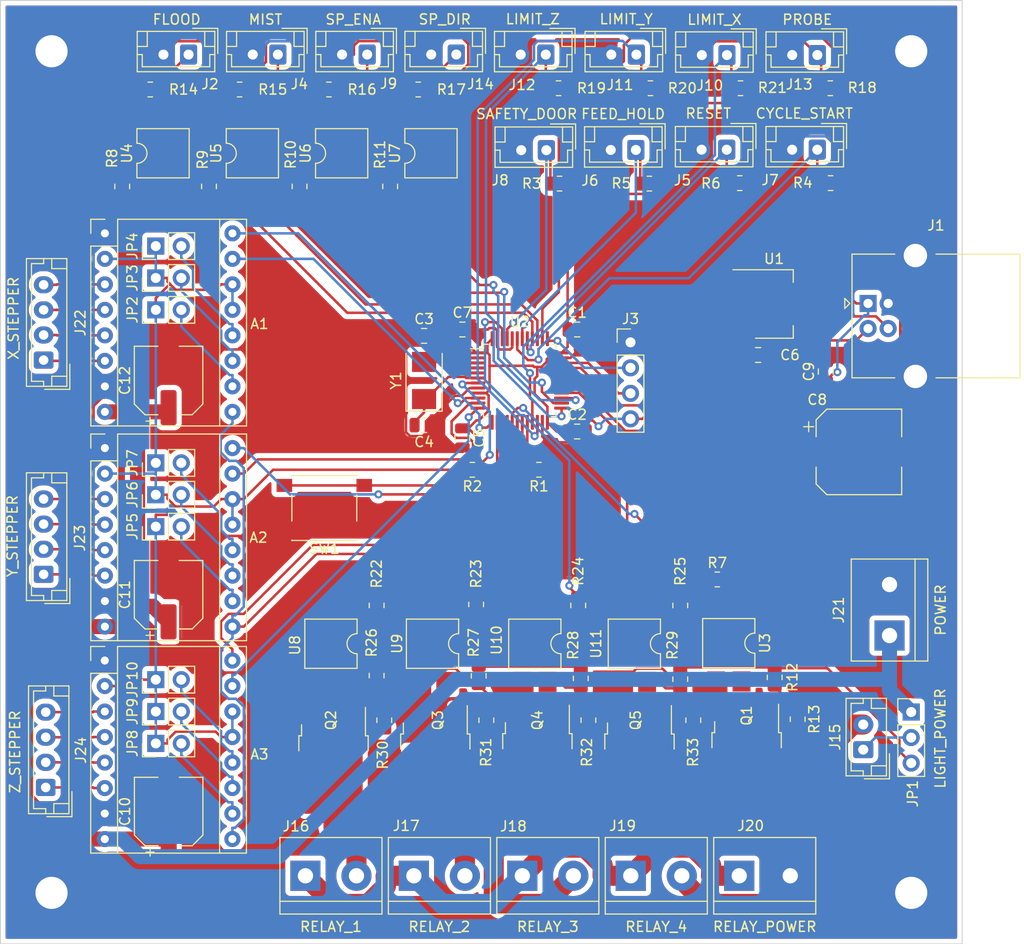
<source format=kicad_pcb>
(kicad_pcb (version 20211014) (generator pcbnew)
  (layers (0 "F.Cu" signal) (31 "B.Cu" signal) (34 "B.Paste" user) (35 "F.Paste" user) (36 "B.SilkS" user "B.Silkscreen") (37 "F.SilkS" user "F.Silkscreen") (38 "B.Mask" user) (39 "F.Mask" user) (44 "Edge.Cuts" user))
  (net 0 "")
  (net 1 "GND")
  (net 2 "+3V3")
  (net 3 "Net-(A1-Pad3)")
  (net 4 "Net-(A1-Pad4)")
  (net 5 "Net-(A1-Pad5)")
  (net 6 "Net-(A1-Pad6)")
  (net 7 "+12V")
  (net 8 "/STEP_DISABLE")
  (net 9 "Net-(A1-Pad10)")
  (net 10 "Net-(A1-Pad11)")
  (net 11 "Net-(A1-Pad12)")
  (net 12 "/STEP_X")
  (net 13 "/DIR_X")
  (net 14 "Net-(A2-Pad3)")
  (net 15 "Net-(A2-Pad4)")
  (net 16 "Net-(A2-Pad5)")
  (net 17 "Net-(A2-Pad6)")
  (net 18 "Net-(A2-Pad10)")
  (net 19 "Net-(A2-Pad11)")
  (net 20 "Net-(A2-Pad12)")
  (net 21 "/STEP_Y")
  (net 22 "/DIR_Y")
  (net 23 "Net-(A3-Pad3)")
  (net 24 "Net-(A3-Pad4)")
  (net 25 "Net-(A3-Pad5)")
  (net 26 "Net-(A3-Pad6)")
  (net 27 "Net-(A3-Pad10)")
  (net 28 "Net-(A3-Pad11)")
  (net 29 "Net-(A3-Pad12)")
  (net 30 "/STEP_Z")
  (net 31 "/DIR_Z")
  (net 32 "Net-(C3-Pad2)")
  (net 33 "Net-(C4-Pad2)")
  (net 34 "+5V")
  (net 35 "/USB_N")
  (net 36 "/USB_P")
  (net 37 "+24V")
  (net 38 "/SWCLK")
  (net 39 "/SWDIO")
  (net 40 "/CTRL_RESET")
  (net 41 "/CTRL_FEED_HOLD")
  (net 42 "/CTRL_CYCLE_START")
  (net 43 "/CTRL_SAFETY_DOOR")
  (net 44 "/LIGHT_POWER")
  (net 45 "/LIMIT_X")
  (net 46 "/LIMIT_Y")
  (net 47 "/LIMIT_Z")
  (net 48 "/PROBE")
  (net 49 "Net-(Q1-Pad1)")
  (net 50 "Net-(Q2-Pad1)")
  (net 51 "Net-(Q3-Pad1)")
  (net 52 "Net-(Q4-Pad1)")
  (net 53 "Net-(Q5-Pad1)")
  (net 54 "Net-(R1-Pad2)")
  (net 55 "Net-(R2-Pad1)")
  (net 56 "/LIGHT")
  (net 57 "Net-(R7-Pad2)")
  (net 58 "/FLOOD")
  (net 59 "Net-(R8-Pad2)")
  (net 60 "/MIST")
  (net 61 "Net-(R9-Pad2)")
  (net 62 "/SPINDLE_ENABLE")
  (net 63 "Net-(R10-Pad2)")
  (net 64 "Net-(R11-Pad2)")
  (net 65 "Net-(R12-Pad1)")
  (net 66 "Net-(R14-Pad1)")
  (net 67 "Net-(R15-Pad1)")
  (net 68 "Net-(R16-Pad1)")
  (net 69 "Net-(R17-Pad1)")
  (net 70 "/RELAY_1")
  (net 71 "Net-(R22-Pad2)")
  (net 72 "/RELAY_2")
  (net 73 "Net-(R23-Pad2)")
  (net 74 "/RELAY_3")
  (net 75 "Net-(R24-Pad2)")
  (net 76 "/RELAY_4")
  (net 77 "Net-(R25-Pad2)")
  (net 78 "Net-(R26-Pad1)")
  (net 79 "Net-(R27-Pad1)")
  (net 80 "Net-(R28-Pad1)")
  (net 81 "Net-(R29-Pad1)")
  (net 85 "/SPINDLE_DIRECTION")
  (net 86 "/SPINDLE_PWM")
  (net 89 "Net-(Q1-Pad2)")
  (net 90 "Net-(Q2-Pad2)")
  (net 91 "Net-(Q3-Pad2)")
  (net 92 "Net-(Q4-Pad2)")
  (net 93 "Net-(Q5-Pad2)")
  (footprint "Resistor_SMD:R_0805_2012Metric" (layer "F.Cu") (at 94.996 80.772)
    (fp_text reference "R7")
    (fp_text value "100")
  )
  (footprint "Resistor_SMD:R_0805_2012Metric" (layer "F.Cu") (at 91.313 90.7053 90)
    (fp_text reference "R29")
    (fp_text value "10K")
  )
  (footprint "Capacitor_SMD:C_0805_2012Metric" (layer "F.Cu") (at 99.06 58.42)
    (fp_text reference "C6")
    (fp_text value "0.1uF")
  )
  (footprint "Capacitor_SMD:C_0805_2012Metric" (layer "F.Cu") (at 81.0514 66.04)
    (fp_text reference "C2")
    (fp_text value "0.1uF")
  )
  (footprint "Package_TO_SOT_SMD:TO-252-2" (layer "F.Cu") (at 66.929 98.6378 -90)
    (fp_text reference "Q3")
    (fp_text value "IRFR540N")
  )
  (footprint "Resistor_SMD:R_0805_2012Metric" (layer "F.Cu") (at 61.087 90.3478 90)
    (fp_text reference "R26")
    (fp_text value "10K")
  )
  (footprint "Connector_PinHeader_2.54mm:PinHeader_1x02_P2.54mm_Vertical" (layer "F.Cu") (at 39.1074 53.9246 90)
    (fp_text reference "JP2")
    (fp_text value "Jumper_2_Open")
  )
  (footprint "TerminalBlock:TerminalBlock_bornier-2_P5.08mm" (layer "F.Cu") (at 54.0004 110.2868)
    (fp_text reference "J16")
    (fp_text value "RELAY_1")
  )
  (footprint "Package_DIP:SMDIP-4_W7.62mm" (layer "F.Cu") (at 86.741 87.1728 -90)
    (fp_text reference "U11")
    (fp_text value "PC817")
  )
  (footprint "Connector_JST:JST_EH_B2B-EH-A_1x02_P2.50mm_Vertical" (layer "F.Cu") (at 109.5248 97.7242 90)
    (fp_text reference "J15")
    (fp_text value "LIGHT")
  )
  (footprint "Connector_PinHeader_2.54mm:PinHeader_1x02_P2.54mm_Vertical" (layer "F.Cu") (at 39.1024 50.7496 90)
    (fp_text reference "JP3")
    (fp_text value "Jumper_2_Open")
  )
  (footprint "Connector_JST:JST_EH_B2B-EH-A_1x02_P2.50mm_Vertical" (layer "F.Cu") (at 69.0172 28.494 180)
    (fp_text reference "J14")
    (fp_text value "SP_DIR")
  )
  (footprint "Module:Pololu_Breakout-16_15.2x20.3mm" (layer "F.Cu") (at 34.0374 67.6914)
    (fp_text reference "A2")
    (fp_text value "Y_STEPPER_DRIVER")
  )
  (footprint "Package_QFP:LQFP-48_7x7mm_P0.5mm" (layer "F.Cu") (at 75.3364 60.96)
    (fp_text reference "U2")
    (fp_text value "STM32F103C8Tx")
  )
  (footprint "Capacitor_SMD:C_0805_2012Metric" (layer "F.Cu") (at 81.0514 55.88)
    (fp_text reference "C1")
    (fp_text value "0.1uF")
  )
  (footprint "MountingHole:MountingHole_3.2mm_M3_Pad" (layer "F.Cu") (at 28.7274 111.9886)
    (fp_text reference "H3" hide)
    (fp_text value "MountingHole_Pad" hide)
  )
  (footprint "TerminalBlock:TerminalBlock_bornier-2_P5.08mm" (layer "F.Cu") (at 64.7954 110.2868)
    (fp_text reference "J17")
    (fp_text value "RELAY_2")
  )
  (footprint "Resistor_SMD:R_0805_2012Metric" (layer "F.Cu") (at 79.1972 31.8516 180)
    (fp_text reference "R19")
    (fp_text value "10K")
  )
  (footprint "Resistor_SMD:R_0805_2012Metric" (layer "F.Cu") (at 71.247 90.3732 90)
    (fp_text reference "R27")
    (fp_text value "10K")
  )
  (footprint "Resistor_SMD:R_0805_2012Metric" (layer "F.Cu") (at 72.009 94.7928 -90)
    (fp_text reference "R31")
    (fp_text value "100")
  )
  (footprint "Resistor_SMD:R_0805_2012Metric" (layer "F.Cu") (at 70.993 83.2612 -90)
    (fp_text reference "R23")
    (fp_text value "100")
  )
  (footprint "Connector_PinHeader_2.54mm:PinHeader_1x02_P2.54mm_Vertical" (layer "F.Cu") (at 39.1024 69.1646 90)
    (fp_text reference "JP7")
    (fp_text value "Jumper_2_Open")
  )
  (footprint "Connector_PinHeader_2.54mm:PinHeader_1x04_P2.54mm_Vertical" (layer "F.Cu") (at 86.36 57.16)
    (fp_text reference "J3")
    (fp_text value "SWD")
  )
  (footprint "Resistor_SMD:R_0805_2012Metric" (layer "F.Cu") (at 79.2988 41.3512 180)
    (fp_text reference "R3")
    (fp_text value "10K")
  )
  (footprint "TerminalBlock:TerminalBlock_bornier-2_P5.08mm" (layer "F.Cu") (at 75.5904 110.2868)
    (fp_text reference "J18")
    (fp_text value "RELAY_3")
  )
  (footprint "Resistor_SMD:R_0805_2012Metric" (layer "F.Cu") (at 81.153 83.3647 -90)
    (fp_text reference "R24")
    (fp_text value "100")
  )
  (footprint "Connector_JST:JST_EH_B2B-EH-A_1x02_P2.50mm_Vertical" (layer "F.Cu") (at 60.1472 28.4988 180)
    (fp_text reference "J9")
    (fp_text value "SP_ENA")
  )
  (footprint "Connector_JST:JST_EH_B2B-EH-A_1x02_P2.50mm_Vertical" (layer "F.Cu") (at 77.9834 38.019 180)
    (fp_text reference "J8")
    (fp_text value "SAFETY_DOOR")
  )
  (footprint "Connector_JST:JST_EH_B4B-EH-A_1x04_P2.50mm_Vertical" (layer "F.Cu") (at 27.94 58.928 90)
    (fp_text reference "J22")
    (fp_text value "X_STEPPER")
  )
  (footprint "Connector_JST:JST_EH_B2B-EH-A_1x02_P2.50mm_Vertical" (layer "F.Cu") (at 95.9612 28.5496 180)
    (fp_text reference "J10")
    (fp_text value "LIMIT_X")
  )
  (footprint "Resistor_SMD:R_0805_2012Metric" (layer "F.Cu") (at 92.6084 94.7928 -90)
    (fp_text reference "R33")
    (fp_text value "100")
  )
  (footprint "Module:Pololu_Breakout-16_15.2x20.3mm" (layer "F.Cu") (at 34.0274 88.8496)
    (fp_text reference "A3")
    (fp_text value "Z_STEPPER_DRIVER")
  )
  (footprint "Resistor_SMD:R_0805_2012Metric" (layer "F.Cu") (at 61.087 83.3628 -90)
    (fp_text reference "R22")
    (fp_text value "100")
  )
  (footprint "Package_DIP:SMDIP-4_W7.62mm" (layer "F.Cu") (at 66.6506 87.1728 -90)
    (fp_text reference "U9")
    (fp_text value "PC817")
  )
  (footprint "Resistor_SMD:R_0805_2012Metric" (layer "F.Cu") (at 53.4162 41.6306 90)
    (fp_text reference "R10")
    (fp_text value "100")
  )
  (footprint "Capacitor_SMD:C_0805_2012Metric" (layer "F.Cu") (at 65.8114 56.515)
    (fp_text reference "C3")
    (fp_text value "22pF")
  )
  (footprint "TerminalBlock:TerminalBlock_bornier-2_P5.08mm" (layer "F.Cu") (at 112.141 86.36 90)
    (fp_text reference "J21")
    (fp_text value "POWER")
  )
  (footprint "Capacitor_SMD:CP_Elec_6.3x7.7" (layer "F.Cu") (at 40.386 103.886 90)
    (fp_text reference "C10")
    (fp_text value "100uF")
  )
  (footprint "MountingHole:MountingHole_3.2mm_M3_Pad" (layer "F.Cu") (at 114.3 111.9886)
    (fp_text reference "H1" hide)
    (fp_text value "MountingHole_Pad" hide)
  )
  (footprint "Connector_USB:USB_B_OST_USB-B1HSxx_Horizontal" (layer "F.Cu") (at 110.0074 53.2838)
    (fp_text reference "J1")
    (fp_text value "USB_B")
  )
  (footprint "Connector_PinHeader_2.54mm:PinHeader_1x02_P2.54mm_Vertical" (layer "F.Cu") (at 39.1024 47.5746 90)
    (fp_text reference "JP4")
    (fp_text value "Jumper_2_Open")
  )
  (footprint "Package_TO_SOT_SMD:TO-252-2" (layer "F.Cu") (at 56.7954 98.8128 -90)
    (fp_text reference "Q2")
    (fp_text value "IRFR540N")
  )
  (footprint "Capacitor_SMD:CP_Elec_6.3x7.7" (layer "F.Cu") (at 40.3774 82.296 90)
    (fp_text reference "C11")
    (fp_text value "100uF")
  )
  (footprint "Resistor_SMD:R_0805_2012Metric" (layer "F.Cu") (at 97.2312 41.3004 180)
    (fp_text reference "R6")
    (fp_text value "10K")
  )
  (footprint "Resistor_SMD:R_0805_2012Metric" (layer "F.Cu") (at 44.3992 41.6306 90)
    (fp_text reference "R9")
    (fp_text value "100")
  )
  (footprint "Capacitor_SMD:C_0805_2012Metric" (layer "F.Cu") (at 105.791 60.071 90)
    (fp_text reference "C9")
    (fp_text value "0.1uF")
  )
  (footprint "Resistor_SMD:R_0805_2012Metric" (layer "F.Cu") (at 62.4332 41.6306 90)
    (fp_text reference "R11")
    (fp_text value "100")
  )
  (footprint "Connector_JST:JST_EH_B2B-EH-A_1x02_P2.50mm_Vertical" (layer "F.Cu") (at 77.9272 28.5036 180)
    (fp_text reference "J12")
    (fp_text value "LIMIT_Z")
  )
  (footprint "MountingHole:MountingHole_3.2mm_M3_Pad" (layer "F.Cu") (at 28.7274 28.1686)
    (fp_text reference "H4" hide)
    (fp_text value "MountingHole_Pad" hide)
  )
  (footprint "Capacitor_SMD:C_0805_2012Metric" (layer "F.Cu") (at 65.8114 65.405 180)
    (fp_text reference "C4")
    (fp_text value "22pF")
  )
  (footprint "Resistor_SMD:R_0805_2012Metric" (layer "F.Cu") (at 91.313 83.3628 -90)
    (fp_text reference "R25")
    (fp_text value "100")
  )
  (footprint "Package_DIP:SMDIP-4_W7.62mm" (layer "F.Cu") (at 48.7172 38.3286 90)
    (fp_text reference "U5")
    (fp_text value "PC817")
  )
  (footprint "Connector_PinHeader_2.54mm:PinHeader_1x03_P2.54mm_Vertical" (layer "F.Cu") (at 114.3 93.98)
    (fp_text reference "JP1")
    (fp_text value "LIGHT_POWER")
  )
  (footprint "Connector_PinHeader_2.54mm:PinHeader_1x02_P2.54mm_Vertical" (layer "F.Cu") (at 39.1074 93.9296 90)
    (fp_text reference "JP9")
    (fp_text value "Jumper_2_Open")
  )
  (footprint "Crystal:Crystal_SMD_5032-2Pin_5.0x3.2mm" (layer "F.Cu") (at 65.8114 60.96 90)
    (fp_text reference "Y1")
    (fp_text value "8Mhz")
  )
  (footprint "Connector_PinHeader_2.54mm:PinHeader_1x02_P2.54mm_Vertical" (layer "F.Cu") (at 39.1024 90.7546 90)
    (fp_text reference "JP10")
    (fp_text value "Jumper_2_Open")
  )
  (footprint "Capacitor_SMD:CP_Elec_8x10" (layer "F.Cu") (at 109.093 68.072)
    (fp_text reference "C8")
    (fp_text value "100uF")
  )
  (footprint "Capacitor_SMD:CP_Elec_6.3x7.7" (layer "F.Cu") (at 40.3774 60.96 90)
    (fp_text reference "C12")
    (fp_text value "100uF")
  )
  (footprint "Connector_JST:JST_EH_B2B-EH-A_1x02_P2.50mm_Vertical" (layer "F.Cu") (at 86.9442 28.5036 180)
    (fp_text reference "J11")
    (fp_text value "LIMIT_Y")
  )
  (footprint "Connector_JST:JST_EH_B2B-EH-A_1x02_P2.50mm_Vertical" (layer "F.Cu") (at 104.9582 28.5448 180)
    (fp_text reference "J13")
    (fp_text value "PROBE")
  )
  (footprint "Connector_JST:JST_EH_B4B-EH-A_1x04_P2.50mm_Vertical" (layer "F.Cu") (at 28.148 101.4896 90)
    (fp_text reference "J24")
    (fp_text value "Z_STEPPER")
  )
  (footprint "Package_TO_SOT_SMD:TO-252-2" (layer "F.Cu") (at 77.089 98.6028 -90)
    (fp_text reference "Q4")
    (fp_text value "IRFR540N")
  )
  (footprint "Resistor_SMD:R_0805_2012Metric" (layer "F.Cu") (at 56.3372 31.9786)
    (fp_text reference "R16")
    (fp_text value "10K")
  )
  (footprint "Resistor_SMD:R_0805_2012Metric" (layer "F.Cu") (at 88.3412 31.8516 180)
    (fp_text reference "R20")
    (fp_text value "10K")
  )
  (footprint "Resistor_SMD:R_0805_2012Metric" (layer "F.Cu") (at 82.169 94.7928 -90)
    (fp_text reference "R32")
    (fp_text value "100")
  )
  (footprint "Connector_JST:JST_EH_B2B-EH-A_1x02_P2.50mm_Vertical" (layer "F.Cu") (at 42.3672 28.4988 180)
    (fp_text reference "J2")
    (fp_text value "FLOOD")
  )
  (footprint "Connector_PinHeader_2.54mm:PinHeader_1x02_P2.54mm_Vertical" (layer "F.Cu") (at 39.1074 97.1046 90)
    (fp_text reference "JP8")
    (fp_text value "Jumper_2_Open")
  )
  (footprint "Package_DIP:SMDIP-4_W7.62mm" (layer "F.Cu") (at 76.835 87.1728 -90)
    (fp_text reference "U10")
    (fp_text value "PC817")
  )
  (footprint "Capacitor_SMD:C_0805_2012Metric" (layer "F.Cu") (at 69.6214 55.88)
    (fp_text reference "C7")
    (fp_text value "0.1uF")
  )
  (footprint "Package_DIP:SMDIP-4_W7.62mm" (layer "F.Cu") (at 96.139 87.122 -90)
    (fp_text reference "U3")
    (fp_text value "PC817")
  )
  (footprint "Package_DIP:SMDIP-4_W7.62mm" (layer "F.Cu") (at 39.8272 38.3286 90)
    (fp_text reference "U4")
    (fp_text value "PC817")
  )
  (footprint "Resistor_SMD:R_0805_2012Metric" (layer "F.Cu") (at 47.4472 31.9786)
    (fp_text reference "R15")
    (fp_text value "10K")
  )
  (footprint "Package_TO_SOT_SMD:TO-252-2" (layer "F.Cu") (at 87.249 98.6378 -90)
    (fp_text reference "Q5")
    (fp_text value "IRFR540N")
  )
  (footprint "Resistor_SMD:R_0805_2012Metric" (layer "F.Cu") (at 100.711 90.5237 90)
    (fp_text reference "R12")
    (fp_text value "10K")
  )
  (footprint "Resistor_SMD:R_0805_2012Metric" (layer "F.Cu") (at 97.3074 31.8516 180)
    (fp_text reference "R21")
    (fp_text value "10K")
  )
  (footprint "TerminalBlock:TerminalBlock_bornier-2_P5.08mm" (layer "F.Cu") (at 86.3854 110.2868)
    (fp_text reference "J19")
    (fp_text value "RELAY_4")
  )
  (footprint "Connector_JST:JST_EH_B4B-EH-A_1x04_P2.50mm_Vertical" (layer "F.Cu") (at 27.94 80.264 90)
    (fp_text reference "J23")
    (fp_text value "Y_STEPPER")
  )
  (footprint "Package_DIP:SMDIP-4_W7.62mm" (layer "F.Cu") (at 57.6072 38.3286 90)
    (fp_text reference "U6")
    (fp_text value "PC817")
  )
  (footprint "Capacitor_SMD:C_0805_2012Metric" (layer "F.Cu") (at 69.6214 66.675 -90)
    (fp_text reference "C5")
    (fp_text value "0.1uF")
  )
  (footprint "Connector_JST:JST_EH_B2B-EH-A_1x02_P2.50mm_Vertical" (layer "F.Cu") (at 95.9358 37.973 180)
    (fp_text reference "J5")
    (fp_text value "RESET")
  )
  (footprint "Resistor_SMD:R_0805_2012Metric" (layer "F.Cu") (at 102.997 94.6912 -90)
    (fp_text reference "R13")
    (fp_text value "100")
  )
  (footprint "Resistor_SMD:R_0805_2012Metric" (layer "F.Cu") (at 106.2736 41.3004 180)
    (fp_text reference "R4")
    (fp_text value "10K")
  )
  (footprint "Resistor_SMD:R_0805_2012Metric" (layer "F.Cu") (at 77.2414 69.85 180)
    (fp_text reference "R1")
    (fp_text value "1K")
  )
  (footprint "TerminalBlock:TerminalBlock_bornier-2_P5.08mm" (layer "F.Cu") (at 97.1804 110.2868)
    (fp_text reference "J20")
    (fp_text value "RELAY_POWER")
  )
  (footprint "Connector_JST:JST_EH_B2B-EH-A_1x02_P2.50mm_Vertical" (layer "F.Cu") (at 104.9528 37.973 180)
    (fp_text reference "J7")
    (fp_text value "CYCLE_START")
  )
  (footprint "Module:Pololu_Breakout-16_15.2x20.3mm" (layer "F.Cu") (at 34.0374 46.3046)
    (fp_text reference "A1")
    (fp_text value "X_STEPPER_DRIVER")
  )
  (footprint "Button_Switch_SMD:SW_Push_1P1T_NO_6x6mm_H9.5mm" (layer "F.Cu") (at 55.88 73.66 180)
    (fp_text reference "SW1")
    (fp_text value "RESET")
  )
  (footprint "Connector_PinHeader_2.54mm:PinHeader_1x02_P2.54mm_Vertical" (layer "F.Cu") (at 39.1024 75.5146 90)
    (fp_text reference "JP5")
    (fp_text value "Jumper_2_Open")
  )
  (footprint "MountingHole:MountingHole_3.2mm_M3_Pad" (layer "F.Cu") (at 114.3 28.1686)
    (fp_text reference "H2" hide)
    (fp_text value "MountingHole_Pad" hide)
  )
  (footprint "Resistor_SMD:R_0805_2012Metric" (layer "F.Cu") (at 35.7632 41.6306 90)
    (fp_text reference "R8")
    (fp_text value "100")
  )
  (footprint "Package_DIP:SMDIP-4_W7.62mm" (layer "F.Cu") (at 66.4972 38.3286 90)
    (fp_text reference "U7")
    (fp_text value "PC817")
  )
  (footprint "Package_TO_SOT_SMD:SOT-223-3_TabPin2" (layer "F.Cu") (at 100.65 53.34)
    (fp_text reference "U1")
    (fp_text value "AMS1117-3.3")
  )
  (footprint "Connector_JST:JST_EH_B2B-EH-A_1x02_P2.50mm_Vertical" (layer "F.Cu") (at 86.8934 37.9984 180)
    (fp_text reference "J6")
    (fp_text value "FEED_HOLD")
  )
  (footprint "Connector_PinHeader_2.54mm:PinHeader_1x02_P2.54mm_Vertical" (layer "F.Cu") (at 39.1024 72.3396 90)
    (fp_text reference "JP6")
    (fp_text value "Jumper_2_Open")
  )
  (footprint "Connector_JST:JST_EH_B2B-EH-A_1x02_P2.50mm_Vertical" (layer "F.Cu") (at 51.2572 28.4988 180)
    (fp_text reference "J4")
    (fp_text value "MIST")
  )
  (footprint "Resistor_SMD:R_0805_2012Metric" (layer "F.Cu") (at 38.5572 31.9786)
    (fp_text reference "R14")
    (fp_text value "10K")
  )
  (footprint "Resistor_SMD:R_0805_2012Metric" (layer "F.Cu") (at 81.407 90.6272 90)
    (fp_text reference "R28")
    (fp_text value "10K")
  )
  (footprint "Resistor_SMD:R_0805_2012Metric" (layer "F.Cu") (at 61.849 94.7928 -90)
    (fp_text reference "R30")
    (fp_text value "100")
  )
  (footprint "Resistor_SMD:R_0805_2012Metric" (layer "F.Cu") (at 65.2272 31.9786)
    (fp_text reference "R17")
    (fp_text value "10K")
  )
  (footprint "Resistor_SMD:R_0805_2012Metric" (layer "F.Cu") (at 88.2396 41.3512 180)
    (fp_text reference "R5")
    (fp_text value "10K")
  )
  (footprint "Package_TO_SOT_SMD:TO-252-2" (layer "F.Cu") (at 97.917 98.5012 -90)
    (fp_text reference "Q1")
    (fp_text value "IRFR540N")
  )
  (footprint "Package_DIP:SMDIP-4_W7.62mm" (layer "F.Cu") (at 56.5404 87.1728 -90)
    (fp_text reference "U8")
    (fp_text value "PC817")
  )
  (footprint "Resistor_SMD:R_0805_2012Metric" (layer "F.Cu") (at 70.6139 69.85 180)
    (fp_text reference "R2")
    (fp_text value "10K")
  )
  (footprint "Resistor_SMD:R_0805_2012Metric" (layer "F.Cu") (at 106.2482 31.8516 180)
    (fp_text reference "R18")
    (fp_text value "10K")
  )
  (gr_line (start 23.6474 117.0686) (end 23.6474 23.114) (layer "Edge.Cuts") (width 0.1))
  (gr_line (start 23.6474 23.114) (end 119.38 23.114) (layer "Edge.Cuts") (width 0.1))
  (gr_line (start 119.38 117.0686) (end 23.6474 117.0686) (layer "Edge.Cuts") (width 0.1))
  (gr_line (start 119.38 23.114) (end 119.38 117.0686) (layer "Edge.Cuts") (width 0.1))
  (segment (start 51.905 75.91) (end 51.905 75.7946) (width 0.25) (layer "F.Cu") (net 1))
  (segment (start 105.791 59.121) (end 105.09 58.42) (width 0.25) (layer "F.Cu") (net 1))
  (segment (start 49.9872 34.5186) (end 48.7719 34.5186) (width 0.25) (layer "F.Cu") (net 1))
  (segment (start 86.36 57.16) (end 85.1847 57.16) (width 0.25) (layer "F.Cu") (net 1))
  (segment (start 89.5344 89.6575) (end 86.9482 89.6575) (width 0.25) (layer "F.Cu") (net 1))
  (segment (start 74.3789 57.8728) (end 74.5864 57.6653) (width 0.25) (layer "F.Cu") (net 1))
  (segment (start 70.1885 42.1386) (end 74.3081 38.019) (width 0.25) (layer "F.Cu") (net 1))
  (segment (start 94.869 83.312) (end 93.6537 83.312) (width 0.25) (layer "F.Cu") (net 1))
  (segment (start 59.4849 34.5186) (end 58.1549 35.8486) (width 0.25) (layer "F.Cu") (net 1))
  (segment (start 66.0984 89.6574) (end 68.9535 89.6574) (width 0.25) (layer "F.Cu") (net 1))
  (segment (start 46.2523 27.1692) (end 41.1968 27.1692) (width 0.25) (layer "F.Cu") (net 1))
  (segment (start 62.6206 34.3062) (end 60.3049 34.3062) (width 0.25) (layer "F.Cu") (net 1))
  (segment (start 77.5864 65.1225) (end 77.5864 66.5532) (width 0.25) (layer "F.Cu") (net 1))
  (segment (start 62.6206 34.3062) (end 62.6206 31.2153) (width 0.25) (layer "F.Cu") (net 1))
  (segment (start 58.1549 35.8486) (end 55.7723 35.8486) (width 0.25) (layer "F.Cu") (net 1))
  (segment (start 65.3806 90.9828) (end 64.773 90.9828) (width 0.25) (layer "F.Cu") (net 1))
  (segment (start 62.6206 31.2153) (end 65.3419 28.494) (width 0.25) (layer "F.Cu") (net 1))
  (segment (start 50.8047 75.91) (end 50.2779 76.4368) (width 0.25) (layer "F.Cu") (net 1))
  (segment (start 55.2704 90.0457) (end 55.2704 90.9828) (width 0.25) (layer "F.Cu") (net 1))
  (segment (start 101.2829 28.5448) (end 99.9147 27.1766) (width 0.25) (layer "F.Cu") (net 1))
  (segment (start 34.0374 61.5446) (end 34.0374 62.1072) (width 0.25) (layer "F.Cu") (net 1))
  (segment (start 76.769 27.1618) (end 75.4272 28.5036) (width 0.25) (layer "F.Cu") (net 1))
  (segment (start 93.6537 83.4639) (end 93.6537 83.312) (width 0.25) (layer "F.Cu") (net 1))
  (segment (start 40.7715 57.8659) (end 40.3774 58.26) (width 0.25) (layer "F.Cu") (net 1))
  (segment (start 74.5864 57.6653) (end 74.5864 56.7975) (width 0.25) (layer "F.Cu") (net 1))
  (segment (start 94.869 90.9681) (end 94.869 92.2573) (width 0.25) (layer "F.Cu") (net 1))
  (segment (start 57.6619 42.1386) (end 57.6619 41.0752) (width 0.25) (layer "F.Cu") (net 1))
  (segment (start 83.7584 94.7231) (end 83.7584 104.0556) (width 0.25) (layer "F.Cu") (net 1))
  (segment (start 60.3049 34.3062) (end 60.0925 34.5186) (width 0.25) (layer "F.Cu") (net 1))
  (segment (start 112.343 81.078) (end 112.141 81.28) (width 0.25) (layer "F.Cu") (net 1))
  (segment (start 67.7672 34.5186) (end 70.8077 34.5186) (width 0.25) (layer "F.Cu") (net 1))
  (segment (start 57.6619 41.0752) (end 56.4285 39.8418) (width 0.25) (layer "F.Cu") (net 1))
  (segment (start 102.4528 45.0119) (end 97.5 49.9647) (width 0.25) (layer "F.Cu") (net 1))
  (segment (start 41.0972 34.5186) (end 42.3125 34.5186) (width 0.25) (layer "F.Cu") (net 1))
  (segment (start 69.6693 90.3732) (end 73.7401 90.3732) (width 0.25) (layer "F.Cu") (net 1))
  (segment (start 34.0374 62.1072) (end 34.0374 62.6699) (width 0.25) (layer "F.Cu") (net 1))
  (segment (start 64.8614 56.515) (end 66.5745 54.8019) (width 0.25) (layer "F.Cu") (net 1))
  (segment (start 66.5959 83.3628) (end 66.5959 85.0385) (width 0.25) (layer "F.Cu") (net 1))
  (segment (start 63.6039 90.4214) (end 64.1653 90.9828) (width 0.25) (layer "F.Cu") (net 1))
  (segment (start 68.9535 89.6574) (end 69.6693 90.3732) (width 0.25) (layer "F.Cu") (net 1))
  (segment (start 113.2117 59.121) (end 105.791 59.121) (width 0.25) (layer "F.Cu") (net 1))
  (segment (start 73.7401 90.3732) (end 74.3497 90.9828) (width 0.25) (layer "F.Cu") (net 1))
  (segment (start 84.7535 105.0507) (end 92.2099 105.0507) (width 0.25) (layer "F.Cu") (net 1))
  (segment (start 85.471 83.3628) (end 86.0787 83.3628) (width 0.25) (layer "F.Cu") (net 1))
  (segment (start 64.4094 66.4964) (end 65.67 66.4964) (width 0.25) (layer "F.Cu") (net 1))
  (segment (start 41.0972 39.8353) (end 35.0616 39.8353) (width 0.25) (layer "F.Cu") (net 1))
  (segment (start 43.4126 35.844) (end 43.4126 37.5199) (width 0.25) (layer "F.Cu") (net 1))
  (segment (start 78.1539 80.6463) (end 81.5392 80.6463) (width 0.25) (layer "F.Cu") (net 1))
  (segment (start 64.1653 90.9828) (end 64.1653 92.5288) (width 0.25) (layer "F.Cu") (net 1))
  (segment (start 80.9207 67.1207) (end 82.0014 66.04) (width 0.25) (layer "F.Cu") (net 1))
  (segment (start 59.4849 34.5186) (end 60.0925 34.5186) (width 0.25) (layer "F.Cu") (net 1))
  (segment (start 58.8225 27.6173) (end 59.2837 27.1561) (width 0.25) (layer "F.Cu") (net 1))
  (segment (start 57.6472 28.4988) (end 58.8225 28.4988) (width 0.25) (layer "F.Cu") (net 1))
  (segment (start 112.343 68.072) (end 112.343 81.078) (width 0.25) (layer "F.Cu") (net 1))
  (segment (start 70.8077 34.4484) (end 75.4272 29.8289) (width 0.25) (layer "F.Cu") (net 1))
  (segment (start 36.5302 62.1072) (end 40.3774 58.26) (width 0.25) (layer "F.Cu") (net 1))
  (segment (start 94.7306 49.9647) (end 87.5353 57.16) (width 0.25) (layer "F.Cu") (net 1))
  (segment (start 97.5 49.9647) (end 94.7306 49.9647) (width 0.25) (layer "F.Cu") (net 1))
  (segment (start 112.0074 51.2238) (end 114.7174 48.5138) (width 0.25) (layer "F.Cu") (net 1))
  (segment (start 52.7397 39.8418) (end 51.2025 41.379) (width 0.25) (layer "F.Cu") (net 1))
  (segment (start 70.8077 34.5186) (end 74.3081 38.019) (width 0.25) (layer "F.Cu") (net 1))
  (segment (start 91.9954 85.1222) (end 93.6537 83.4639) (width 0.25) (layer "F.Cu") (net 1))
  (segment (start 59.855 75.91) (end 58.7547 75.91) (width 0.25) (layer "F.Cu") (net 1))
  (segment (start 86.9482 89.6575) (end 86.6863 89.9194) (width 0.25) (layer "F.Cu") (net 1))
  (segment (start 82.4357 57.16) (end 82.1823 56.9066) (width 0.25) (layer "F.Cu") (net 1))
  (segment (start 37.4824 104.0896) (end 34.0274 104.0896) (width 0.25) (layer "F.Cu") (net 1))
  (segment (start 42.7478 90.0457) (end 55.2704 90.0457) (width 0.25) (layer "F.Cu") (net 1))
  (segment (start 34.0374 66.5661) (end 32.9121 65.4408) (width 0.25) (layer "F.Cu") (net 1))
  (segment (start 69.5691 62.485) (end 68.8651 62.485) (width 0.25) (layer "F.Cu") (net 1))
  (segment (start 83.7584 104.0556) (end 84.7535 105.0507) (width 0.25) (layer "F.Cu") (net 1))
  (segment (start 48.7719 35.582) (end 48.7719 34.5186) (width 0.25) (layer "F.Cu") (net 1))
  (segment (start 92.2099 105.0507) (end 93.7308 106.5716) (width 0.25) (layer "F.Cu") (net 1))
  (segment (start 112.0074 53.2838) (end 113.2117 54.4881) (width 0.25) (layer "F.Cu") (net 1))
  (segment (start 95.637 92.8759) (end 95.4876 92.8759) (width 0.25) (layer "F.Cu") (net 1))
  (segment (start 80.9566 94.2246) (end 81.4551 94.7231) (width 0.25) (layer "F.Cu") (net 1))
  (segment (start 64.0152 57.8659) (end 40.7715 57.8659) (width 0.25) (layer "F.Cu") (net 1))
  (segment (start 32.9121 63.5138) (end 33.756 62.6699) (width 0.25) (layer "F.Cu") (net 1))
  (segment (start 41.5517 79.596) (end 41.5517 88.8496) (width 0.25) (layer "F.Cu") (net 1))
  (segment (start 41.1968 27.1692) (end 39.8672 28.4988) (width 0.25) (layer "F.Cu") (net 1))
  (segment (start 75.565 92.3081) (end 79.5079 92.3081) (width 0.25) (layer "F.Cu") (net 1))
  (segment (start 81.4551 94.7231) (end 83.7584 94.7231) (width 0.25) (layer "F.Cu") (net 1))
  (segment (start 34.0274 88.8496) (end 41.5517 88.8496) (width 0.25) (layer "F.Cu") (net 1))
  (segment (start 67.7672 42.1386) (end 70.1885 42.1386) (width 0.25) (layer "F.Cu") (net 1))
  (segment (start 83.2689 28.5036) (end 81.9271 27.1618) (width 0.25) (layer "F.Cu") (net 1))
  (segment (start 64.0152 57.8659) (end 64.0152 66.1022) (width 0.25) (layer "F.Cu") (net 1))
  (segment (start 84.4442 28.5036) (end 83.2689 28.5036) (width 0.25) (layer "F.Cu") (net 1))
  (segment (start 75.4272 28.5036) (end 75.4272 29.8289) (width 0.25) (layer "F.Cu") (net 1))
  (segment (start 64.8614 56.515) (end 64.0152 57.3612) (width 0.25) (layer "F.Cu") (net 1))
  (segment (start 93.7308 106.5716) (end 98.5452 106.5716) (width 0.25) (layer "F.Cu") (net 1))
  (segment (start 68.8651 62.485) (end 66.7614 64.5887) (width 0.25) (layer "F.Cu") (net 1))
  (segment (start 86.6863 89.9194) (end 86.6863 90.9828) (width 0.25) (layer "F.Cu") (net 1))
  (segment (start 49.9872 42.1386) (end 51.2025 42.1386) (width 0.25) (layer "F.Cu") (net 1))
  (segment (start 70.3441 61.71) (end 69.5691 62.485) (width 0.25) (layer "F.Cu") (net 1))
  (segment (start 65.3806 83.3628) (end 66.5959 83.3628) (width 0.25) (layer "F.Cu") (net 1))
  (segment (start 55.7723 39.8418) (end 52.7397 39.8418) (width 0.25) (layer "F.Cu") (net 1))
  (segment (start 86.36 57.16) (end 87.5353 57.16) (width 0.25) (layer "F.Cu") (net 1))
  (segment (start 48.7572 28.4988) (end 47.5819 28.4988) (width 0.25) (layer "F.Cu") (net 1))
  (segment (start 60.4863 90.4214) (end 63.6039 90.4214) (width 0.25) (layer "F.Cu") (net 1))
  (segment (start 32.9121 65.4408) (end 32.9121 63.5138) (width 0.25) (layer "F.Cu") (net 1))
  (segment (start 81.9271 27.1618) (end 76.769 27.1618) (width 0.25) (layer "F.Cu") (net 1))
  (segment (start 56.4285 39.8418) (end 55.7723 39.8418) (width 0.25) (layer "F.Cu") (net 1))
  (segment (start 75.4374 83.3628) (end 78.1539 80.6463) (width 0.25) (layer "F.Cu") (net 1))
  (segment (start 105.09 58.42) (end 100.01 58.42) (width 0.25) (layer "F.Cu") (net 1))
  (segment (start 85.471 93.4732) (end 85.471 90.9828) (width 0.25) (layer "F.Cu") (net 1))
  (segment (start 59.5194 89.4546) (end 55.2704 89.4546) (width 0.25) (layer "F.Cu") (net 1))
  (segment (start 58.8225 28.4988) (end 58.8225 27.6173) (width 0.25) (layer "F.Cu") (net 1))
  (segment (start 50.2779 76.4368) (end 44.7109 76.4368) (width 0.25) (layer "F.Cu") (net 1))
  (segment (start 66.5959 85.0385) (end 63.9355 85.0385) (width 0.25) (layer "F.Cu") (net 1))
  (segment (start 43.4126 35.844) (end 48.5099 35.844) (width 0.25) (layer "F.Cu") (net 1))
  (segment (start 72.1646 55.88) (end 72.3132 55.7314) (width 0.25) (layer "F.Cu") (net 1))
  (segment (start 77.5864 66.5532) (end 78.1539 67.1207) (width 0.25) (layer "F.Cu") (net 1))
  (segment (start 86.0787 83.3628) (end 86.0787 83.7886) (width 0.25) (layer "F.Cu") (net 1))
  (segment (start 66.2899 35.844) (end 64.1584 35.844) (width 0.25) (layer "F.Cu") (net 1))
  (segment (start 75.565 92.3081) (end 75.565 92.3341) (width 0.25) (layer "F.Cu") (net 1))
  (segment (start 78.1539 69.85) (end 78.1539 67.1207) (width 0.25) (layer "F.Cu") (net 1))
  (segment (start 67.7672 34.5186) (end 66.5519 34.5186) (width 0.25) (layer "F.Cu") (net 1))
  (segment (start 90.6558 90.7789) (end 89.5344 89.6575) (width 0.25) (layer "F.Cu") (net 1))
  (segment (start 68.9814 67.625) (end 66.7614 65.405) (width 0.25) (layer "F.Cu") (net 1))
  (segment (start 87.4123 85.1222) (end 91.9954 85.1222) (width 0.25) (layer "F.Cu") (net 1))
  (segment (start 70.8077 34.5186) (end 70.8077 34.4484) (width 0.25) (layer "F.Cu") (net 1))
  (segment (start 48.5099 35.844) (end 48.7719 35.582) (width 0.25) (layer "F.Cu") (net 1))
  (segment (start 58.8772 34.5186) (end 59.4849 34.5186) (width 0.25) (layer "F.Cu") (net 1))
  (segment (start 114.7174 60.5538) (end 113.2846 59.121) (width 0.25) (layer "F.Cu") (net 1))
  (segment (start 64.773 90.9828) (end 64.1653 90.9828) (width 0.25) (layer "F.Cu") (net 1))
  (segment (start 35.0616 39.8353) (end 34.0374 40.8595) (width 0.25) (layer "F.Cu") (net 1))
  (segment (start 72.674 85.0385) (end 66.5959 85.0385) (width 0.25) (layer "F.Cu") (net 1))
  (segment (start 55.2704 89.4546) (end 55.2704 83.3628) (width 0.25) (layer "F.Cu") (net 1))
  (segment (start 64.649 94.4378) (end 64.649 93.0125) (width 0.25) (layer "F.Cu") (net 1))
  (segment (start 59.5195 89.4545) (end 59.5194 89.4546) (width 0.25) (layer "F.Cu") (net 1))
  (segment (start 72.3132 55.7314) (end 72.8325 55.7314) (width 0.25) (layer "F.Cu") (net 1))
  (segment (start 85.471 83.3628) (end 84.2557 83.3628) (width 0.25) (layer "F.Cu") (net 1))
  (segment (start 113.2117 54.4881) (end 113.2117 59.121) (width 0.25) (layer "F.Cu") (net 1))
  (segment (start 84.969 94.4378) (end 84.5064 94.4378) (width 0.25) (layer "F.Cu") (net 1))
  (segment (start 75.3886 83.3628) (end 74.3497 83.3628) (width 0.25) (layer "F.Cu") (net 1))
  (segment (start 94.869 90.932) (end 93.6537 90.932) (width 0.25) (layer "F.Cu") (net 1))
  (segment (start 73.0864 56.7975) (end 73.0864 57.6243) (width 0.25) (layer "F.Cu") (net 1))
  (segment (start 70.5714 55.88) (end 72.1646 55.88) (width 0.25) (layer "F.Cu") (net 1))
  (segment (start 75.565 90.9828) (end 75.565 92.3081) (width 0.25) (layer "F.Cu") (net 1))
  (segment (start 71.1739 61.71) (end 70.3441 61.71) (width 0.25) (layer "F.Cu") (net 1))
  (segment (start 66.5519 34.5186) (end 66.5519 35.582) (width 0.25) (layer "F.Cu") (net 1))
  (segment (start 64.0152 57.3612) (end 64.0152 57.8659) (width 0.25) (layer "F.Cu") (net 1))
  (segment (start 64.1584 35.844) (end 62.6206 34.3062) (width 0.25) (layer "F.Cu") (net 1))
  (segment (start 82.1823 56.0609) (end 82.1823 56.9066) (width 0.25) (layer "F.Cu") (net 1))
  (segment (start 78.1539 67.1207) (end 80.9207 67.1207) (width 0.25) (layer "F.Cu") (net 1))
  (segment (start 84.5064 94.4378) (end 85.471 93.4732) (width 0.25) (layer "F.Cu") (net 1))
  (segment (start 95.637 94.3012) (end 95.637 92.8759) (width 0.25) (layer "F.Cu") (net 1))
  (segment (start 64.773 90.9828) (end 66.0984 89.6574) (width 0.25) (layer "F.Cu") (net 1))
  (segment (start 69.6214 67.625) (end 68.9814 67.625) (width 0.25) (layer "F.Cu") (net 1))
  (segment (start 75.3886 83.3628) (end 75.4374 83.3628) (width 0.25) (layer "F.Cu") (net 1))
  (segment (start 113.2846 59.121) (end 113.2117 59.121) (width 0.25) (layer "F.Cu") (net 1))
  (segment (start 78.1539 80.6463) (end 78.1539 69.85) (width 0.25) (layer "F.Cu") (net 1))
  (segment (start 49.9872 34.5186) (end 51.2025 34.5186) (width 0.25) (layer "F.Cu") (net 1))
  (segment (start 80.9566 93.7568) (end 80.9566 94.2246) (width 0.25) (layer "F.Cu") (net 1))
  (segment (start 66.5172 28.494) (end 65.3419 28.494) (width 0.25) (layer "F.Cu") (net 1))
  (segment (start 81.5392 80.6463) (end 84.2557 83.3628) (width 0.25) (layer "F.Cu") (net 1))
  (segment (start 66.7614 64.5887) (end 66.7614 65.405) (width 0.25) (layer "F.Cu") (net 1))
  (segment (start 102.4582 28.5448) (end 101.2829 28.5448) (width 0.25) (layer "F.Cu") (net 1))
  (segment (start 97.5 51.04) (end 97.5 49.9647) (width 0.25) (layer "F.Cu") (net 1))
  (segment (start 72.8325 55.7314) (end 73.0864 55.9853) (width 0.25) (layer "F.Cu") (net 1))
  (segment (start 41.0972 42.1386) (end 41.0972 39.8353) (width 0.25) (layer "F.Cu") (net 1))
  (segment (start 93.6537 90.932) (end 93.5006 90.7789) (width 0.25) (layer "F.Cu") (net 1))
  (segment (start 79.5079 92.3081) (end 80.9566 93.7568) (width 0.25) (layer "F.Cu") (net 1))
  (segment (start 75.565 90.9828) (end 74.3497 90.9828) (width 0.25) (layer "F.Cu") (net 1))
  (segment (start 58.6393 75.7946) (end 58.7547 75.91) (width 0.25) (layer "F.Cu") (net 1))
  (segment (start 43.4126 37.5199) (end 41.0972 39.8353) (width 0.25) (layer "F.Cu") (net 1))
  (segment (start 86.0787 83.7886) (end 87.4123 85.1222) (width 0.25) (layer "F.Cu") (net 1))
  (segment (start 64.1653 92.5288) (end 64.649 93.0125) (width 0.25) (layer "F.Cu") (net 1))
  (segment (start 34.0374 62.1072) (end 36.5302 62.1072) (width 0.25) (layer "F.Cu") (net 1))
  (segment (start 82.0014 55.88) (end 82.1823 56.0609) (width 0.25) (layer "F.Cu") (net 1))
  (segment (start 65.67 66.4964) (end 66.7614 65.405) (width 0.25) (layer "F.Cu") (net 1))
  (segment (start 94.8342 27.1766) (end 93.4612 28.5496) (width 0.25) (layer "F.Cu") (net 1))
  (segment (start 54.5154 94.6128) (end 54.5154 93.1875) (width 0.25) (layer "F.Cu") (net 1))
  (segment (start 112.343 62.9282) (end 112.343 68.072) (width 0.25) (layer "F.Cu") (net 1))
  (segment (start 64.0152 66.1022) (end 64.4094 66.4964) (width 0.25) (layer "F.Cu") (net 1))
  (segment (start 112.0074 53.2838) (end 112.0074 51.2238) (width 0.25) (layer "F.Cu") (net 1))
  (segment (start 73.0864 57.6243) (end 73.3349 57.8728) (width 0.25) (layer "F.Cu") (net 1))
  (segment (start 55.2704 90.0457) (end 55.2704 89.4546) (width 0.25) (layer "F.Cu") (net 1))
  (segment (start 73.3349 57.8728) (end 74.3789 57.8728) (width 0.25) (layer "F.Cu") (net 1))
  (segment (start 102.4528 37.973) (end 102.4528 45.0119) (width 0.25) (layer "F.Cu") (net 1))
  (segment (start 52.5325 35.8486) (end 51.2025 34.5186) (width 0.25) (layer "F.Cu") (net 1))
  (segment (start 41.5517 79.596) (end 40.3774 79.596) (width 0.25) (layer "F.Cu") (net 1))
  (segment (start 66.5745 54.8019) (end 69.4933 54.8019) (width 0.25) (layer "F.Cu") (net 1))
  (segment (start 98.5452 106.5716) (end 102.2604 110.2868) (width 0.25) (layer "F.Cu") (net 1))
  (segment (start 69.4933 54.8019) (end 70.5714 55.88) (width 0.25) (layer "F.Cu") (net 1))
  (segment (start 59.5195 89.4545) (end 60.4863 90.4214) (width 0.25) (layer "F.Cu") (net 1))
  (segment (start 75.4834 38.019) (end 74.3081 38.019) (width 0.25) (layer "F.Cu") (net 1))
  (segment (start 41.5517 88.8496) (end 42.7478 90.0457) (width 0.25) (layer "F.Cu") (net 1))
  (segment (start 34.0374 40.8595) (end 34.0374 46.3046) (width 0.25) (layer "F.Cu") (net 1))
  (segment (start 93.5006 90.7789) (end 90.6558 90.7789) (width 0.25) (layer "F.Cu") (net 1))
  (segment (start 74.809 94.4028) (end 74.809 93.0901) (width 0.25) (layer "F.Cu") (net 1))
  (segment (start 84.5064 94.4378) (end 84.0437 94.4378) (width 0.25) (layer "F.Cu") (net 1))
  (segment (start 75.565 83.3628) (end 75.4374 83.3628) (width 0.25) (layer "F.Cu") (net 1))
  (segment (start 66.5519 35.582) (end 66.2899 35.844) (width 0.25) (layer "F.Cu") (net 1))
  (segment (start 55.2704 90.9828) (end 55.2704 92.4325) (width 0.25) (layer "F.Cu") (net 1))
  (segment (start 47.5819 28.4988) (end 46.2523 27.1692) (width 0.25) (layer "F.Cu") (net 1))
  (segment (start 59.2837 27.1561) (end 64.004 27.1561) (width 0.25) (layer "F.Cu") (net 1))
  (segment (start 44.7109 76.4368) (end 41.5517 79.596) (width 0.25) (layer "F.Cu") (net 1))
  (segment (start 84.0437 94.4378) (end 83.7584 94.7231) (width 0.25) (layer "F.Cu") (net 1))
  (segment (start 34.0374 67.6914) (end 34.0374 66.5661) (width 0.25) (layer "F.Cu") (net 1))
  (segment (start 43.4126 35.6187) (end 43.4126 35.844) (width 0.25) (layer "F.Cu") (net 1))
  (segment (start 51.905 75.91) (end 50.8047 75.91) (width 0.25) (layer "F.Cu") (net 1))
  (segment (start 51.2025 41.379) (end 51.2025 42.1386) (width 0.25) (layer "F.Cu") (net 1))
  (segment (start 95.4876 92.8759) (end 94.869 92.2573) (width 0.25) (layer "F.Cu") (net 1))
  (segment (start 73.0864 55.9853) (end 73.0864 56.7975) (width 0.25) (layer "F.Cu") (net 1))
  (segment (start 58.8772 42.1386) (end 57.6619 42.1386) (width 0.25) (layer "F.Cu") (net 1))
  (segment (start 63.9355 85.0385) (end 59.5195 89.4545) (width 0.25) (layer "F.Cu") (net 1))
  (segment (start 40.386 101.186) (end 37.4824 104.0896) (width 0.25) (layer "F.Cu") (net 1))
  (segment (start 33.756 62.6699) (end 34.0374 62.6699) (width 0.25) (layer "F.Cu") (net 1))
  (segment (start 94.869 90.9681) (end 94.869 90.932) (width 0.25) (layer "F.Cu") (net 1))
  (segment (start 51.905 75.7946) (end 58.6393 75.7946) (width 0.25) (layer "F.Cu") (net 1))
  (segment (start 80.3789 58.71) (end 79.4989 58.71) (width 0.25) (layer "F.Cu") (net 1))
  (segment (start 42.3125 34.5186) (end 43.4126 35.6187) (width 0.25) (layer "F.Cu") (net 1))
  (segment (start 82.1823 56.9066) (end 80.3789 58.71) (width 0.25) (layer "F.Cu") (net 1))
  (segment (start 99.9147 27.1766) (end 94.8342 27.1766) (width 0.25) (layer "F.Cu") (net 1))
  (segment (start 74.3497 83.3628) (end 72.674 85.0385) (width 0.25) (layer "F.Cu") (net 1))
  (segment (start 55.2704 92.4325) (end 54.5154 93.1875) (width 0.25) (layer "F.Cu") (net 1))
  (segment (start 85.1847 57.16) (end 82.4357 57.16) (width 0.25) (layer "F.Cu") (net 1))
  (segment (start 64.004 27.1561) (end 65.3419 28.494) (width 0.25) (layer "F.Cu") (net 1))
  (segment (start 55.7723 35.8486) (end 52.5325 35.8486) (width 0.25) (layer "F.Cu") (net 1))
  (segment (start 75.565 92.3341) (end 74.809 93.0901) (width 0.25) (layer "F.Cu") (net 1))
  (segment (start 55.7723 35.8486) (end 55.7723 39.8418) (width 0.25) (layer "F.Cu") (net 1))
  (segment (start 85.471 90.9828) (end 86.6863 90.9828) (width 0.25) (layer "F.Cu") (net 1))
  (segment (start 114.7174 60.5538) (end 112.343 62.9282) (width 0.25) (layer "F.Cu") (net 1))
  (segment (start 33.756 81.8061) (end 34.0374 81.8061) (width 0.25) (layer "B.Cu") (net 1))
  (segment (start 56.4719 28.4988) (end 55.1423 27.1692) (width 0.25) (layer "B.Cu") (net 1))
  (segment (start 93.4358 33.2764) (end 93.4612 33.2764) (width 0.25) (layer "B.Cu") (net 1))
  (segment (start 34.0274 87.7243) (end 35.1627 86.589) (width 0.25) (layer "B.Cu") (net 1))
  (segment (start 34.0274 104.6522) (end 34.0274 104.0896) (width 0.25) (layer "B.Cu") (net 1))
  (segment (start 105.8389 36.6297) (end 105.8389 36.6423) (width 0.25) (layer "B.Cu") (net 1))
  (segment (start 33.7561 47.4299) (end 32.9121 48.2739) (width 0.25) (layer "B.Cu") (net 1))
  (segment (start 34.0374 82.9314) (end 34.0374 84.0567) (width 0.25) (layer "B.Cu") (net 1))
  (segment (start 35.1627 86.589) (end 35.1627 84.9006) (width 0.25) (layer "B.Cu") (net 1))
  (segment (start 84.3934 37.9984) (end 84.3934 36.6731) (width 0.25) (layer "B.Cu") (net 1))
  (segment (start 33.7461 105.2149) (end 28.7274 110.2336) (width 0.25) (layer "B.Cu") (net 1))
  (segment (start 84.4442 36.6223) (end 84.4442 33.2764) (width 0.25) (layer "B.Cu") (net 1))
  (segment (start 32.9121 69.6607) (end 32.9121 80.9622) (width 0.25) (layer "B.Cu") (net 1))
  (segment (start 114.3 28.1686) (end 105.8389 36.6297) (width 0.25) (layer "B.Cu") (net 1))
  (segment (start 84.4442 33.2764) (end 84.4442 28.5036) (width 0.25) (layer "B.Cu") (net 1))
  (segment (start 84.3934 36.6731) (end 84.4442 36.6223) (width 0.25) (layer "B.Cu") (net 1))
  (segment (start 32.9121 80.9622) (end 33.756 81.8061) (width 0.25) (layer "B.Cu") (net 1))
  (segment (start 34.3188 84.0567) (end 34.0374 84.0567) (width 0.25) (layer "B.Cu") (net 1))
  (segment (start 105.8389 36.6423) (end 114.7174 45.5208) (width 0.25) (layer "B.Cu") (net 1))
  (segment (start 32.9121 48.2739) (end 32.9121 59.5754) (width 0.25) (layer "B.Cu") (net 1))
  (segment (start 34.0274 104.6522) (end 34.0274 105.2149) (width 0.25) (layer "B.Cu") (net 1))
  (segment (start 33.756 60.4193) (end 34.0374 60.4193) (width 0.25) (layer "B.Cu") (net 1))
  (segment (start 34.0274 105.2149) (end 33.7461 105.2149) (width 0.25) (layer "B.Cu") (net 1))
  (segment (start 34.0374 47.4299) (end 33.7561 47.4299) (width 0.25) (layer "B.Cu") (net 1))
  (segment (start 50.3806 27.1692) (end 49.9325 27.6173) (width 0.25) (layer "B.Cu") (net 1))
  (segment (start 35.1627 84.9006) (end 34.3188 84.0567) (width 0.25) (layer "B.Cu") (net 1))
  (segment (start 34.0274 104.0896) (end 34.0274 102.9643) (width 0.25) (layer "B.Cu") (net 1))
  (segment (start 34.0274 88.8496) (end 34.0274 87.7243) (width 0.25) (layer "B.Cu") (net 1))
  (segment (start 34.0274 89.4122) (end 34.0274 89.9749) (width 0.25) (layer "B.Cu") (net 1))
  (segment (start 102.4528 36.6477) (end 102.4582 36.6423) (width 0.25) (layer "B.Cu") (net 1))
  (segment (start 93.4612 33.2764) (end 93.4612 28.5496) (width 0.25) (layer "B.Cu") (net 1))
  (segment (start 33.7561 68.8167) (end 32.9121 69.6607) (width 0.25) (layer "B.Cu") (net 1))
  (segment (start 102.4528 37.973) (end 102.4528 36.6477) (width 0.25) (layer "B.Cu") (net 1))
  (segment (start 29.0576 28.4988) (end 28.7274 28.1686) (width 0.25) (layer "B.Cu") (net 1))
  (segment (start 34.0274 89.4122) (end 34.0274 88.8496) (width 0.25) (layer "B.Cu") (net 1))
  (segment (start 34.0374 82.9314) (end 34.0374 81.8061) (width 0.25) (layer "B.Cu") (net 1))
  (segment (start 34.0374 67.6914) (end 34.0374 68.8167) (width 0.25) (layer "B.Cu") (net 1))
  (segment (start 114.7174 45.5208) (end 114.7174 48.5138) (width 0.25) (layer "B.Cu") (net 1))
  (segment (start 93.4358 37.973) (end 93.4358 36.6477) (width 0.25) (layer "B.Cu") (net 1))
  (segment (start 39.8672 28.4988) (end 29.0576 28.4988) (width 0.25) (layer "B.Cu") (net 1))
  (segment (start 49.9325 27.6173) (end 49.9325 28.4988) (width 0.25) (layer "B.Cu") (net 1))
  (segment (start 112.5982 110.2868) (end 114.3 111.9886) (width 0.25) (layer "B.Cu") (net 1))
  (segment (start 34.0374 46.3046) (end 34.0374 47.4299) (width 0.25) (layer "B.Cu") (net 1))
  (segment (start 35.1527 102.1203) (end 35.1527 90.8188) (width 0.25) (layer "B.Cu") (net 1))
  (segment (start 35.1527 90.8188) (end 34.3088 89.9749) (width 0.25) (layer "B.Cu") (net 1))
  (segment (start 28.7274 110.2336) (end 28.7274 111.9886) (width 0.25) (layer "B.Cu") (net 1))
  (segment (start 84.4442 33.2764) (end 93.4358 33.2764) (width 0.25) (layer "B.Cu") (net 1))
  (segment (start 102.4582 36.6423) (end 102.4582 28.5448) (width 0.25) (layer "B.Cu") (net 1))
  (segment (start 57.6472 28.4988) (end 56.4719 28.4988) (width 0.25) (layer "B.Cu") (net 1))
  (segment (start 34.0274 102.9643) (end 34.3087 102.9643) (width 0.25) (layer "B.Cu") (net 1))
  (segment (start 48.7572 28.4988) (end 49.9325 28.4988) (width 0.25) (layer "B.Cu") (net 1))
  (segment (start 102.2604 110.2868) (end 112.5982 110.2868) (width 0.25) (layer "B.Cu") (net 1))
  (segment (start 102.4582 36.6423) (end 105.8389 36.6423) (width 0.25) (layer "B.Cu") (net 1))
  (segment (start 34.3087 102.9643) (end 35.1527 102.1203) (width 0.25) (layer "B.Cu") (net 1))
  (segment (start 55.1423 27.1692) (end 50.3806 27.1692) (width 0.25) (layer "B.Cu") (net 1))
  (segment (start 93.4358 36.6477) (end 93.4358 33.2764) (width 0.25) (layer "B.Cu") (net 1))
  (segment (start 34.0374 61.5446) (end 34.0374 60.4193) (width 0.25) (layer "B.Cu") (net 1))
  (segment (start 32.9121 59.5754) (end 33.756 60.4193) (width 0.25) (layer "B.Cu") (net 1))
  (segment (start 34.3088 89.9749) (end 34.0274 89.9749) (width 0.25) (layer "B.Cu") (net 1))
  (segment (start 34.0374 68.8167) (end 33.7561 68.8167) (width 0.25) (layer "B.Cu") (net 1))
  (segment (start 40.5088 51.3479) (end 41.0875 51.9267) (width 0.25) (layer "F.Cu") (net 2))
  (segment (start 72.1234 58.21) (end 71.1739 58.21) (width 0.25) (layer "F.Cu") (net 2))
  (segment (start 97.5 58.3354) (end 93.9799 58.3354) (width 0.25) (layer "F.Cu") (net 2))
  (segment (start 50.7841 69.85) (end 47.8627 72.7714) (width 0.25) (layer "F.Cu") (net 2))
  (segment (start 40.2432 74.3393) (end 39.1024 74.3393) (width 0.25) (layer "F.Cu") (net 2))
  (segment (start 40.2777 72.725) (end 40.2777 72.3396) (width 0.25) (layer "F.Cu") (net 2))
  (segment (start 71.999 62.21) (end 71.1739 62.21) (width 0.25) (layer "F.Cu") (net 2))
  (segment (start 39.1024 75.5146) (end 39.1024 74.3393) (width 0.25) (layer "F.Cu") (net 2))
  (segment (start 80.1097 31.8516) (end 80.1097 41.2496) (width 0.25) (layer "F.Cu") (net 2))
  (segment (start 41.0906 95.9293) (end 40.2827 96.7372) (width 0.25) (layer "F.Cu") (net 2))
  (segment (start 45.6021 96.4696) (end 45.0618 95.9293) (width 0.25) (layer "F.Cu") (net 2))
  (segment (start 77.5003 59.611) (end 78.0224 59.0889) (width 0.25) (layer "F.Cu") (net 2))
  (segment (start 71.0014 58.21) (end 71.1739 58.21) (width 0.25) (layer "F.Cu") (net 2))
  (segment (start 45.07 51.9267) (end 45.6121 51.3846) (width 0.25) (layer "F.Cu") (net 2))
  (segment (start 69.7014 69.85) (end 50.7841 69.85) (width 0.25) (layer "F.Cu") (net 2))
  (segment (start 72.3276 61.8814) (end 72.3276 59.4934) (width 0.25) (layer "F.Cu") (net 2))
  (segment (start 98.4123 32.044) (end 98.2199 31.8516) (width 0.25) (layer "F.Cu") (net 2))
  (segment (start 72.1234 57.2605) (end 72.5864 56.7975) (width 0.25) (layer "F.Cu") (net 2))
  (segment (start 69.6214 65.725) (end 70.2231 65.725) (width 0.25) (layer "F.Cu") (net 2))
  (segment (start 78.6514 58.21) (end 79.4989 58.21) (width 0.25) (layer "F.Cu") (net 2))
  (segment (start 97.1279 33.3284) (end 98.1437 34.3442) (width 0.25) (layer "F.Cu") (net 2))
  (segment (start 34.0274 91.3896) (end 35.1527 91.3896) (width 0.25) (layer "F.Cu") (net 2))
  (segment (start 41.0676 73.5149) (end 40.2777 72.725) (width 0.25) (layer "F.Cu") (net 2))
  (segment (start 80.1014 55.88) (end 80.1014 57.6075) (width 0.25) (layer "F.Cu") (net 2))
  (segment (start 46.7374 51.3846) (end 45.6121 51.3846) (width 0.25) (layer "F.Cu") (net 2))
  (segment (start 83.173 65.5206) (end 82.5936 64.9412) (width 0.25) (layer "F.Cu") (net 2))
  (segment (start 89.2537 31.8516) (end 90.7305 33.3284) (width 0.25) (layer "F.Cu") (net 2))
  (segment (start 89.1521 41.3512) (end 89.1521 34.9068) (width 0.25) (layer "F.Cu") (net 2))
  (segment (start 82.5936 64.9412) (end 81.2002 64.9412) (width 0.25) (layer "F.Cu") (net 2))
  (segment (start 41.0676 73.5149) (end 40.2432 74.3393) (width 0.25) (layer "F.Cu") (net 2))
  (segment (start 98.0254 58.3354) (end 97.5 58.3354) (width 0.25) (layer "F.Cu") (net 2))
  (segment (start 71.263 64.9301) (end 71.018 64.9301) (width 0.25) (layer "F.Cu") (net 2))
  (segment (start 77.0757 60.5192) (end 77.0757 59.611) (width 0.25) (layer "F.Cu") (net 2))
  (segment (start 79.0039 66.04) (end 80.1014 66.04) (width 0.25) (layer "F.Cu") (net 2))
  (segment (start 72.2371 63.956) (end 71.263 64.9301) (width 0.25) (layer "F.Cu") (net 2))
  (segment (start 98.11 58.42) (end 98.0254 58.3354) (width 0.25) (layer "F.Cu") (net 2))
  (segment (start 71.018 64.9301) (end 70.2231 65.725) (width 0.25) (layer "F.Cu") (net 2))
  (segment (start 41.0875 51.9267) (end 45.07 51.9267) (width 0.25) (layer "F.Cu") (net 2))
  (segment (start 39.1074 52.7493) (end 40.5088 51.3479) (width 0.25) (layer "F.Cu") (net 2))
  (segment (start 76.6509 59.4934) (end 76.7685 59.611) (width 0.25) (layer "F.Cu") (net 2))
  (segment (start 39.1074 53.9246) (end 39.1074 52.7493) (width 0.25) (layer "F.Cu") (net 2))
  (segment (start 97.1279 33.3284) (end 98.4123 32.044) (width 0.25) (layer "F.Cu") (net 2))
  (segment (start 81.2386 42.3785) (end 88.1248 42.3785) (width 0.25) (layer "F.Cu") (net 2))
  (segment (start 72.2371 62.4481) (end 72.2371 63.956) (width 0.25) (layer "F.Cu") (net 2))
  (segment (start 70.2231 65.725) (end 71.1629 66.6648) (width 0.25) (layer "F.Cu") (net 2))
  (segment (start 35.7877 90.7546) (end 35.1527 91.3896) (width 0.25) (layer "F.Cu") (net 2))
  (segment (start 78.0224 58.839) (end 78.6514 58.21) (width 0.25) (layer "F.Cu") (net 2))
  (segment (start 89.1521 34.9068) (end 90.7305 33.3284) (width 0.25) (layer "F.Cu") (net 2))
  (segment (start 71.1629 66.6648) (end 71.1629 68.3885) (width 0.25) (layer "F.Cu") (net 2))
  (segment (start 90.7305 33.3284) (end 97.1279 33.3284) (width 0.25) (layer "F.Cu") (net 2))
  (segment (start 80.1014 57.6075) (end 79.4989 58.21) (width 0.25) (layer "F.Cu") (net 2))
  (segment (start 39.1074 97.1046) (end 40.2827 97.1046) (width 0.25) (layer "F.Cu") (net 2))
  (segment (start 44.8686 73.5149) (end 41.0676 73.5149) (width 0.25) (layer "F.Cu") (net 2))
  (segment (start 39.1024 90.7546) (end 35.7877 90.7546) (width 0.25) (layer "F.Cu") (net 2))
  (segment (start 81.2002 64.9412) (end 80.1014 66.04) (width 0.25) (layer "F.Cu") (net 2))
  (segment (start 80.1014 43.5157) (end 80.1014 55.88) (width 0.25) (layer "F.Cu") (net 2))
  (segment (start 40.2827 96.7372) (end 40.2827 97.1046) (width 0.25) (layer "F.Cu") (net 2))
  (segment (start 106.1344 32.8779) (end 107.1861 33.9296) (width 0.25) (layer "F.Cu") (net 2))
  (segment (start 80.1097 41.2496) (end 80.2113 41.3512) (width 0.25) (layer "F.Cu") (net 2))
  (segment (start 39.1024 50.7496) (end 40.2777 50.7496) (width 0.25) (layer "F.Cu") (net 2))
  (segment (start 97.5 55.64) (end 97.5 56.7153) (width 0.25) (layer "F.Cu") (net 2))
  (segment (start 78.0864 65.1225) (end 79.0039 66.04) (width 0.25) (layer "F.Cu") (net 2))
  (segment (start 77.0757 59.611) (end 77.5003 59.611) (width 0.25) (layer "F.Cu") (net 2))
  (segment (start 39.1024 72.3396) (end 40.2777 72.3396) (width 0.25) (layer "F.Cu") (net 2))
  (segment (start 72.3276 59.4934) (end 76.6509 59.4934) (width 0.25) (layer "F.Cu") (net 2))
  (segment (start 93.9799 58.3354) (end 87.5353 64.78) (width 0.25) (layer "F.Cu") (net 2))
  (segment (start 78.0224 59.0889) (end 78.0224 58.839) (width 0.25) (layer "F.Cu") (net 2))
  (segment (start 71.1629 68.3885) (end 69.7014 69.85) (width 0.25) (layer "F.Cu") (net 2))
  (segment (start 81.2386 42.3785) (end 80.1014 43.5157) (width 0.25) (layer "F.Cu") (net 2))
  (segment (start 71.999 62.21) (end 72.3276 61.8814) (width 0.25) (layer "F.Cu") (net 2))
  (segment (start 46.7374 72.7714) (end 45.6121 72.7714) (width 0.25) (layer "F.Cu") (net 2))
  (segment (start 78.0864 65.1225) (end 78.0864 63.5618) (width 0.25) (layer "F.Cu") (net 2))
  (segment (start 46.7374 72.7714) (end 47.8627 72.7714) (width 0.25) (layer "F.Cu") (net 2))
  (segment (start 76.7685 59.611) (end 77.0757 59.611) (width 0.25) (layer "F.Cu") (net 2))
  (segment (start 72.1234 58.21) (end 72.1234 57.2605) (width 0.25) (layer "F.Cu") (net 2))
  (segment (start 88.1248 42.3785) (end 89.1521 41.3512) (width 0.25) (layer "F.Cu") (net 2))
  (segment (start 78.0864 63.5618) (end 76.8141 62.2895) (width 0.25) (layer "F.Cu") (net 2))
  (segment (start 86.36 64.78) (end 87.5353 64.78) (width 0.25) (layer "F.Cu") (net 2))
  (segment (start 99.2462 32.8779) (end 98.4123 32.044) (width 0.25) (layer "F.Cu") (net 2))
  (segment (start 97.5 56.7153) (end 97.5 58.3354) (width 0.25) (layer "F.Cu") (net 2))
  (segment (start 98.1437 34.3442) (end 98.1437 41.3004) (width 0.25) (layer "F.Cu") (net 2))
  (segment (start 72.3276 58.4142) (end 72.1234 58.21) (width 0.25) (layer "F.Cu") (net 2))
  (segment (start 45.6121 72.7714) (end 44.8686 73.5149) (width 0.25) (layer "F.Cu") (net 2))
  (segment (start 76.8141 62.2895) (end 76.8141 60.7808) (width 0.25) (layer "F.Cu") (net 2))
  (segment (start 68.6714 55.88) (end 71.0014 58.21) (width 0.25) (layer "F.Cu") (net 2))
  (segment (start 71.999 62.21) (end 72.2371 62.4481) (width 0.25) (layer "F.Cu") (net 2))
  (segment (start 40.2777 50.7496) (end 40.2777 51.1169) (width 0.25) (layer "F.Cu") (net 2))
  (segment (start 45.0618 95.9293) (end 41.0906 95.9293) (width 0.25) (layer "F.Cu") (net 2))
  (segment (start 76.8141 60.7808) (end 77.0757 60.5192) (width 0.25) (layer "F.Cu") (net 2))
  (segment (start 106.1344 32.8779) (end 99.2462 32.8779) (width 0.25) (layer "F.Cu") (net 2))
  (segment (start 107.1861 33.9296) (end 107.1861 41.3004) (width 0.25) (layer "F.Cu") (net 2))
  (segment (start 46.7274 96.4696) (end 45.6021 96.4696) (width 0.25) (layer "F.Cu") (net 2))
  (segment (start 80.2113 41.3512) (end 81.2386 42.3785) (width 0.25) (layer "F.Cu") (net 2))
  (segment (start 107.1607 31.8516) (end 106.1344 32.8779) (width 0.25) (layer "F.Cu") (net 2))
  (segment (start 40.2777 51.1169) (end 40.5088 51.3479) (width 0.25) (layer "F.Cu") (net 2))
  (segment (start 72.3276 59.4934) (end 72.3276 58.4142) (width 0.25) (layer "F.Cu") (net 2))
  (via (at 83.173 65.5206) (size 0.8) (drill 0.4) (layers "F.Cu" "B.Cu") (net 2))
  (segment (start 39.1024 70.2314) (end 35.1627 70.2314) (width 0.25) (layer "B.Cu") (net 2))
  (segment (start 86.36 64.78) (end 83.9136 64.78) (width 0.25) (layer "B.Cu") (net 2))
  (segment (start 39.1024 48.8446) (end 39.1024 50.7496) (width 0.25) (layer "B.Cu") (net 2))
  (segment (start 34.0374 48.8446) (end 35.1627 48.8446) (width 0.25) (layer "B.Cu") (net 2))
  (segment (start 39.1024 69.1646) (end 39.1024 67.9893) (width 0.25) (layer "B.Cu") (net 2))
  (segment (start 39.1024 90.7546) (end 39.1024 75.5146) (width 0.25) (layer "B.Cu") (net 2))
  (segment (start 39.1024 90.7546) (end 39.1024 91.9299) (width 0.25) (layer "B.Cu") (net 2))
  (segment (start 39.1024 72.3396) (end 39.1024 70.2314) (width 0.25) (layer "B.Cu") (net 2))
  (segment (start 39.1024 47.5746) (end 39.1024 48.8446) (width 0.25) (layer "B.Cu") (net 2))
  (segment (start 83.9136 64.78) (end 83.173 65.5206) (width 0.25) (layer "B.Cu") (net 2))
  (segment (start 39.1024 70.2314) (end 39.1024 69.1646) (width 0.25) (layer "B.Cu") (net 2))
  (segment (start 39.1024 67.9893) (end 39.1074 67.9843) (width 0.25) (layer "B.Cu") (net 2))
  (segment (start 46.7274 93.9296) (end 46.7274 96.4696) (width 0.25) (layer "B.Cu") (net 2))
  (segment (start 39.1074 67.9843) (end 39.1074 53.9246) (width 0.25) (layer "B.Cu") (net 2))
  (segment (start 39.1024 48.8446) (end 35.1627 48.8446) (width 0.25) (layer "B.Cu") (net 2))
  (segment (start 46.7374 72.7714) (end 46.7374 75.3114) (width 0.25) (layer "B.Cu") (net 2))
  (segment (start 34.0374 70.2314) (end 35.1627 70.2314) (width 0.25) (layer "B.Cu") (net 2))
  (segment (start 46.7374 51.3846) (end 46.7374 53.9246) (width 0.25) (layer "B.Cu") (net 2))
  (segment (start 39.1074 97.1046) (end 39.1074 93.9296) (width 0.25) (layer "B.Cu") (net 2))
  (segment (start 39.1074 91.9349) (end 39.1074 93.9296) (width 0.25) (layer "B.Cu") (net 2))
  (segment (start 39.1024 91.9299) (end 39.1074 91.9349) (width 0.25) (layer "B.Cu") (net 2))
  (segment (start 27.94 51.428) (end 29.2403 51.428) (width 0.25) (layer "F.Cu") (net 3))
  (segment (start 34.0374 51.3846) (end 29.2837 51.3846) (width 0.25) (layer "F.Cu") (net 3))
  (segment (start 29.2837 51.3846) (end 29.2403 51.428) (width 0.25) (layer "F.Cu") (net 3))
  (segment (start 29.2437 53.9246) (end 29.2403 53.928) (width 0.25) (layer "F.Cu") (net 4))
  (segment (start 34.0374 53.9246) (end 29.2437 53.9246) (width 0.25) (layer "F.Cu") (net 4))
  (segment (start 27.94 53.928) (end 29.2403 53.928) (width 0.25) (layer "F.Cu") (net 4))
  (segment (start 27.94 56.428) (end 29.2403 56.428) (width 0.25) (layer "F.Cu") (net 5))
  (segment (start 34.0374 56.4646) (end 29.2769 56.4646) (width 0.25) (layer "F.Cu") (net 5))
  (segment (start 29.2769 56.4646) (end 29.2403 56.428) (width 0.25) (layer "F.Cu") (net 5))
  (segment (start 28.0166 59.0046) (end 27.94 58.928) (width 0.25) (layer "F.Cu") (net 6))
  (segment (start 34.0374 59.0046) (end 28.0166 59.0046) (width 0.25) (layer "F.Cu") (net 6))
  (segment (start 26.1746 91.5839) (end 26.1746 102.5597) (width 1.5) (layer "F.Cu") (net 7))
  (segment (start 34.0374 85.4714) (end 32.2871 85.4714) (width 1.5) (layer "F.Cu") (net 7))
  (segment (start 37.8066 83.4525) (end 35.7877 85.4714) (width 1.5) (layer "F.Cu") (net 7))
  (segment (start 34.0374 64.0846) (end 37.2904 64.0846) (width 1.5) (layer "F.Cu") (net 7))
  (segment (start 37.2904 82.9363) (end 37.8066 83.4525) (width 1.5) (layer "F.Cu") (net 7))
  (segment (start 30.2445 106.6296) (end 34.0274 106.6296) (width 1.5) (layer "F.Cu") (net 7))
  (segment (start 32.2871 85.4714) (end 26.1746 91.5839) (width 1.5) (layer "F.Cu") (net 7))
  (segment (start 26.1746 102.5597) (end 30.2445 106.6296) (width 1.5) (layer "F.Cu") (net 7))
  (segment (start 39.9528 64.0846) (end 40.3774 63.66) (width 1.5) (layer "F.Cu") (net 7))
  (segment (start 34.0274 106.6296) (end 40.3424 106.6296) (width 1.5) (layer "F.Cu") (net 7))
  (segment (start 37.2904 64.0846) (end 37.2904 82.9363) (width 1.5) (layer "F.Cu") (net 7))
  (segment (start 37.2904 64.0846) (end 39.9528 64.0846) (width 1.5) (layer "F.Cu") (net 7))
  (segment (start 38.8339 83.4525) (end 37.8066 83.4525) (width 1.5) (layer "F.Cu") (net 7))
  (segment (start 40.3774 84.996) (end 38.8339 83.4525) (width 1.5) (layer "F.Cu") (net 7))
  (segment (start 40.3424 106.6296) (end 40.386 106.586) (width 1.5) (layer "F.Cu") (net 7))
  (segment (start 34.0374 85.4714) (end 35.7877 85.4714) (width 1.5) (layer "F.Cu") (net 7))
  (segment (start 112.141 91.821) (end 114.3 93.98) (width 1.5) (layer "B.Cu") (net 7))
  (segment (start 37.528 108.3799) (end 35.7777 106.6296) (width 1.5) (layer "B.Cu") (net 7))
  (segment (start 112.141 90.7294) (end 112.141 88.8103) (width 1.5) (layer "B.Cu") (net 7))
  (segment (start 112.141 90.7294) (end 68.9944 90.7294) (width 1.5) (layer "B.Cu") (net 7))
  (segment (start 34.0274 106.6296) (end 35.7777 106.6296) (width 1.5) (layer "B.Cu") (net 7))
  (segment (start 68.9944 90.7294) (end 51.3439 108.3799) (width 1.5) (layer "B.Cu") (net 7))
  (segment (start 112.141 90.7294) (end 112.141 91.821) (width 1.5) (layer "B.Cu") (net 7))
  (segment (start 112.141 86.36) (end 112.141 88.8103) (width 1.5) (layer "B.Cu") (net 7))
  (segment (start 51.3439 108.3799) (end 37.528 108.3799) (width 1.5) (layer "B.Cu") (net 7))
  (segment (start 74.0864 65.1225) (end 74.0864 70.1081) (width 0.25) (layer "F.Cu") (net 8))
  (segment (start 55.0979 78.2362) (end 47.8627 85.4714) (width 0.25) (layer "F.Cu") (net 8))
  (segment (start 74.0864 70.1081) (end 65.9583 78.2362) (width 0.25) (layer "F.Cu") (net 8))
  (segment (start 65.9583 78.2362) (end 55.0979 78.2362) (width 0.25) (layer "F.Cu") (net 8))
  (segment (start 46.7374 85.4714) (end 47.8627 85.4714) (width 0.25) (layer "F.Cu") (net 8))
  (segment (start 47.8627 69.6811) (end 47.8627 83.5022) (width 0.25) (layer "B.Cu") (net 8))
  (segment (start 45.5882 91.9049) (end 45.5882 87.7459) (width 0.25) (layer "B.Cu") (net 8))
  (segment (start 47.8716 104.6414) (end 47.8716 93.4474) (width 0.25) (layer "B.Cu") (net 8))
  (segment (start 47.0188 84.3461) (end 46.7374 84.3461) (width 0.25) (layer "B.Cu") (net 8))
  (segment (start 47.0087 105.5043) (end 47.8716 104.6414) (width 0.25) (layer "B.Cu") (net 8))
  (segment (start 47.143 68.9614) (end 47.8627 69.6811) (width 0.25) (layer "B.Cu") (net 8))
  (segment (start 46.7374 65.2099) (end 45.5637 66.3836) (width 0.25) (layer "B.Cu") (net 8))
  (segment (start 47.8716 93.4474) (end 47.0838 92.6596) (width 0.25) (layer "B.Cu") (net 8))
  (segment (start 46.7374 64.0846) (end 46.7374 65.2099) (width 0.25) (layer "B.Cu") (net 8))
  (segment (start 47.8627 83.5022) (end 47.0188 84.3461) (width 0.25) (layer "B.Cu") (net 8))
  (segment (start 46.4134 68.9614) (end 47.143 68.9614) (width 0.25) (layer "B.Cu") (net 8))
  (segment (start 46.7274 105.5043) (end 47.0087 105.5043) (width 0.25) (layer "B.Cu") (net 8))
  (segment (start 47.0838 92.6596) (end 46.3429 92.6596) (width 0.25) (layer "B.Cu") (net 8))
  (segment (start 46.7374 85.4714) (end 46.7374 86.5967) (width 0.25) (layer "B.Cu") (net 8))
  (segment (start 46.7374 85.4714) (end 46.7374 84.3461) (width 0.25) (layer "B.Cu") (net 8))
  (segment (start 46.7274 106.6296) (end 46.7274 105.5043) (width 0.25) (layer "B.Cu") (net 8))
  (segment (start 45.5637 66.3836) (end 45.5637 68.1117) (width 0.25) (layer "B.Cu") (net 8))
  (segment (start 45.5637 68.1117) (end 46.4134 68.9614) (width 0.25) (layer "B.Cu") (net 8))
  (segment (start 45.5882 87.7459) (end 46.7374 86.5967) (width 0.25) (layer "B.Cu") (net 8))
  (segment (start 46.3429 92.6596) (end 45.5882 91.9049) (width 0.25) (layer "B.Cu") (net 8))
  (segment (start 46.7374 61.5446) (end 46.7374 60.4193) (width 0.25) (layer "B.Cu") (net 9))
  (segment (start 46.7374 60.4193) (end 46.4561 60.4193) (width 0.25) (layer "B.Cu") (net 9))
  (segment (start 41.6474 55.6106) (end 41.6474 53.9246) (width 0.25) (layer "B.Cu") (net 9))
  (segment (start 46.4561 60.4193) (end 41.6474 55.6106) (width 0.25) (layer "B.Cu") (net 9))
  (segment (start 46.7374 59.0046) (end 46.7374 57.8793) (width 0.25) (layer "B.Cu") (net 10))
  (segment (start 45.6121 55.994) (end 41.6424 52.0243) (width 0.25) (layer "B.Cu") (net 10))
  (segment (start 46.7374 57.8793) (end 46.456 57.8793) (width 0.25) (layer "B.Cu") (net 10))
  (segment (start 41.6424 52.0243) (end 41.6424 50.7496) (width 0.25) (layer "B.Cu") (net 10))
  (segment (start 45.6121 57.0354) (end 45.6121 55.994) (width 0.25) (layer "B.Cu") (net 10))
  (segment (start 46.456 57.8793) (end 45.6121 57.0354) (width 0.25) (layer "B.Cu") (net 10))
  (segment (start 41.6424 47.5746) (end 41.6424 48.7499) (width 0.25) (layer "B.Cu") (net 11))
  (segment (start 42.8177 51.701) (end 42.8177 49.9252) (width 0.25) (layer "B.Cu") (net 11))
  (segment (start 42.8177 49.9252) (end 41.6424 48.7499) (width 0.25) (layer "B.Cu") (net 11))
  (segment (start 46.456 55.3393) (end 42.8177 51.701) (width 0.25) (layer "B.Cu") (net 11))
  (segment (start 46.7374 56.4646) (end 46.7374 55.3393) (width 0.25) (layer "B.Cu") (net 11))
  (segment (start 46.7374 55.3393) (end 46.456 55.3393) (width 0.25) (layer "B.Cu") (net 11))
  (segment (start 69.981 62.71) (end 71.1739 62.71) (width 0.25) (layer "F.Cu") (net 12))
  (segment (start 69.4807 63.2103) (end 69.981 62.71) (width 0.25) (layer "F.Cu") (net 12))
  (segment (start 69.1655 63.2103) (end 69.4807 63.2103) (width 0.25) (layer "F.Cu") (net 12))
  (via (at 69.1655 63.2103) (size 0.8) (drill 0.4) (layers "F.Cu" "B.Cu") (net 12))
  (segment (start 46.7374 48.8446) (end 54.7998 48.8446) (width 0.25) (layer "B.Cu") (net 12))
  (segment (start 54.7998 48.8446) (end 69.1655 63.2103) (width 0.25) (layer "B.Cu") (net 12))
  (segment (start 71.3184 65.6554) (end 72.0535 65.6554) (width 0.25) (layer "F.Cu") (net 13))
  (segment (start 72.0535 65.6554) (end 72.5864 65.1225) (width 0.25) (layer "F.Cu") (net 13))
  (via (at 71.3184 65.6554) (size 0.8) (drill 0.4) (layers "F.Cu" "B.Cu") (net 13))
  (segment (start 71.3184 65.6554) (end 71.3184 64.3374) (width 0.25) (layer "B.Cu") (net 13))
  (segment (start 53.2856 46.3046) (end 46.7374 46.3046) (width 0.25) (layer "B.Cu") (net 13))
  (segment (start 71.3184 64.3374) (end 53.2856 46.3046) (width 0.25) (layer "B.Cu") (net 13))
  (segment (start 34.0374 72.7714) (end 32.9121 72.7714) (width 0.25) (layer "F.Cu") (net 14))
  (segment (start 27.94 72.764) (end 32.9047 72.764) (width 0.25) (layer "F.Cu") (net 14))
  (segment (start 32.9047 72.764) (end 32.9121 72.7714) (width 0.25) (layer "F.Cu") (net 14))
  (segment (start 34.0374 75.3114) (end 32.9121 75.3114) (width 0.25) (layer "F.Cu") (net 15))
  (segment (start 32.8647 75.264) (end 32.9121 75.3114) (width 0.25) (layer "F.Cu") (net 15))
  (segment (start 27.94 75.264) (end 32.8647 75.264) (width 0.25) (layer "F.Cu") (net 15))
  (segment (start 32.8247 77.764) (end 32.9121 77.8514) (width 0.25) (layer "F.Cu") (net 16))
  (segment (start 27.94 77.764) (end 32.8247 77.764) (width 0.25) (layer "F.Cu") (net 16))
  (segment (start 34.0374 77.8514) (end 32.9121 77.8514) (width 0.25) (layer "F.Cu") (net 16))
  (segment (start 34.0374 80.3914) (end 32.9121 80.3914) (width 0.25) (layer "F.Cu") (net 17))
  (segment (start 27.94 80.264) (end 32.7847 80.264) (width 0.25) (layer "F.Cu") (net 17))
  (segment (start 32.7847 80.264) (end 32.9121 80.3914) (width 0.25) (layer "F.Cu") (net 17))
  (segment (start 46.4561 81.8061) (end 46.7374 81.8061) (width 0.25) (layer "B.Cu") (net 18))
  (segment (start 41.6424 75.5146) (end 41.6424 76.9924) (width 0.25) (layer "B.Cu") (net 18))
  (segment (start 46.7374 82.9314) (end 46.7374 81.8061) (width 0.25) (layer "B.Cu") (net 18))
  (segment (start 41.6424 76.9924) (end 46.4561 81.8061) (width 0.25) (layer "B.Cu") (net 18))
  (segment (start 41.6424 72.3396) (end 41.6424 73.5149) (width 0.25) (layer "B.Cu") (net 19))
  (segment (start 41.6424 73.5149) (end 45.6121 77.4846) (width 0.25) (layer "B.Cu") (net 19))
  (segment (start 45.6121 78.4222) (end 46.456 79.2661) (width 0.25) (layer "B.Cu") (net 19))
  (segment (start 46.456 79.2661) (end 46.7374 79.2661) (width 0.25) (layer "B.Cu") (net 19))
  (segment (start 46.7374 80.3914) (end 46.7374 79.2661) (width 0.25) (layer "B.Cu") (net 19))
  (segment (start 45.6121 77.4846) (end 45.6121 78.4222) (width 0.25) (layer "B.Cu") (net 19))
  (segment (start 46.7374 77.8514) (end 46.7374 76.7261) (width 0.25) (layer "B.Cu") (net 20))
  (segment (start 45.6121 74.3096) (end 45.6121 75.8822) (width 0.25) (layer "B.Cu") (net 20))
  (segment (start 46.456 76.7261) (end 46.7374 76.7261) (width 0.25) (layer "B.Cu") (net 20))
  (segment (start 45.6121 75.8822) (end 46.456 76.7261) (width 0.25) (layer "B.Cu") (net 20))
  (segment (start 41.6424 70.3399) (end 45.6121 74.3096) (width 0.25) (layer "B.Cu") (net 20))
  (segment (start 41.6424 69.1646) (end 41.6424 70.3399) (width 0.25) (layer "B.Cu") (net 20))
  (segment (start 70.6875 68.133) (end 70.6875 67.0994) (width 0.25) (layer "F.Cu") (net 21))
  (segment (start 49.2749 68.8192) (end 70.0013 68.8192) (width 0.25) (layer "F.Cu") (net 21))
  (segment (start 68.5504 66.2356) (end 68.5504 65.0271) (width 0.25) (layer "F.Cu") (net 21))
  (segment (start 70.0013 68.8192) (end 70.6875 68.133) (width 0.25) (layer "F.Cu") (net 21))
  (segment (start 47.8627 70.2314) (end 49.2749 68.8192) (width 0.25) (layer "F.Cu") (net 21))
  (segment (start 68.9898 66.675) (end 68.5504 66.2356) (width 0.25) (layer "F.Cu") (net 21))
  (segment (start 70.6875 67.0994) (end 70.2631 66.675) (width 0.25) (layer "F.Cu") (net 21))
  (segment (start 68.5504 65.0271) (end 70.3675 63.21) (width 0.25) (layer "F.Cu") (net 21))
  (segment (start 46.7374 70.2314) (end 47.8627 70.2314) (width 0.25) (layer "F.Cu") (net 21))
  (segment (start 70.3675 63.21) (end 71.1739 63.21) (width 0.25) (layer "F.Cu") (net 21))
  (segment (start 70.2631 66.675) (end 68.9898 66.675) (width 0.25) (layer "F.Cu") (net 21))
  (segment (start 73.0864 69.8343) (end 70.62 72.3007) (width 0.25) (layer "F.Cu") (net 22))
  (segment (start 70.62 72.3007) (end 61.2675 72.3007) (width 0.25) (layer "F.Cu") (net 22))
  (segment (start 73.0864 65.1225) (end 73.0864 69.8343) (width 0.25) (layer "F.Cu") (net 22))
  (via (at 61.2675 72.3007) (size 0.8) (drill 0.4) (layers "F.Cu" "B.Cu") (net 22))
  (segment (start 61.2675 72.3007) (end 52.472 72.3007) (width 0.25) (layer "B.Cu") (net 22))
  (segment (start 46.7374 67.6914) (end 47.8627 67.6914) (width 0.25) (layer "B.Cu") (net 22))
  (segment (start 52.472 72.3007) (end 47.8627 67.6914) (width 0.25) (layer "B.Cu") (net 22))
  (segment (start 28.148 93.9896) (end 32.8421 93.9896) (width 0.25) (layer "F.Cu") (net 23))
  (segment (start 32.8421 93.9896) (end 32.9021 93.9296) (width 0.25) (layer "F.Cu") (net 23))
  (segment (start 34.0274 93.9296) (end 32.9021 93.9296) (width 0.25) (layer "F.Cu") (net 23))
  (segment (start 32.8821 96.4896) (end 32.9021 96.4696) (width 0.25) (layer "F.Cu") (net 24))
  (segment (start 28.148 96.4896) (end 32.8821 96.4896) (width 0.25) (layer "F.Cu") (net 24))
  (segment (start 34.0274 96.4696) (end 32.9021 96.4696) (width 0.25) (layer "F.Cu") (net 24))
  (segment (start 34.0274 99.0096) (end 32.9021 99.0096) (width 0.25) (layer "F.Cu") (net 25))
  (segment (start 28.148 98.9896) (end 32.8821 98.9896) (width 0.25) (layer "F.Cu") (net 25))
  (segment (start 32.8821 98.9896) (end 32.9021 99.0096) (width 0.25) (layer "F.Cu") (net 25))
  (segment (start 32.8421 101.4896) (end 32.9021 101.5496) (width 0.25) (layer "F.Cu") (net 26))
  (segment (start 34.0274 101.5496) (end 32.9021 101.5496) (width 0.25) (layer "F.Cu") (net 26))
  (segment (start 28.148 101.4896) (end 32.8421 101.4896) (width 0.25) (layer "F.Cu") (net 26))
  (segment (start 46.3318 102.9643) (end 46.7274 102.9643) (width 0.25) (layer "B.Cu") (net 27))
  (segment (start 46.7274 104.0896) (end 46.7274 102.9643) (width 0.25) (layer "B.Cu") (net 27))
  (segment (start 41.6474 98.2799) (end 46.3318 102.9643) (width 0.25) (layer "B.Cu") (net 27))
  (segment (start 41.6474 97.1046) (end 41.6474 98.2799) (width 0.25) (layer "B.Cu") (net 27))
  (segment (start 45.6021 99.0596) (end 45.6021 99.5804) (width 0.25) (layer "B.Cu") (net 28))
  (segment (start 41.6474 95.1049) (end 45.6021 99.0596) (width 0.25) (layer "B.Cu") (net 28))
  (segment (start 45.6021 99.5804) (end 46.446 100.4243) (width 0.25) (layer "B.Cu") (net 28))
  (segment (start 46.446 100.4243) (end 46.7274 100.4243) (width 0.25) (layer "B.Cu") (net 28))
  (segment (start 46.7274 101.5496) (end 46.7274 100.4243) (width 0.25) (layer "B.Cu") (net 28))
  (segment (start 41.6474 93.9296) (end 41.6474 95.1049) (width 0.25) (layer "B.Cu") (net 28))
  (segment (start 46.7274 99.0096) (end 46.7274 97.8843) (width 0.25) (layer "B.Cu") (net 29))
  (segment (start 46.446 97.8843) (end 46.7274 97.8843) (width 0.25) (layer "B.Cu") (net 29))
  (segment (start 41.6424 90.7546) (end 41.6424 91.9299) (width 0.25) (layer "B.Cu") (net 29))
  (segment (start 41.6424 91.9299) (end 45.6021 95.8896) (width 0.25) (layer "B.Cu") (net 29))
  (segment (start 45.6021 95.8896) (end 45.6021 97.0404) (width 0.25) (layer "B.Cu") (net 29))
  (segment (start 45.6021 97.0404) (end 46.446 97.8843) (width 0.25) (layer "B.Cu") (net 29))
  (segment (start 71.1739 63.71) (end 71.1577 63.71) (width 0.25) (layer "F.Cu") (net 30))
  (segment (start 71.1577 63.71) (end 70.2517 64.616) (width 0.25) (layer "F.Cu") (net 30))
  (via (at 70.2517 64.616) (size 0.8) (drill 0.4) (layers "F.Cu" "B.Cu") (net 30))
  (segment (start 46.7274 91.3896) (end 46.7274 90.2643) (width 0.25) (layer "B.Cu") (net 30))
  (segment (start 46.7274 90.2643) (end 46.9599 90.2643) (width 0.25) (layer "B.Cu") (net 30))
  (segment (start 46.9599 90.2643) (end 70.2517 66.9725) (width 0.25) (layer "B.Cu") (net 30))
  (segment (start 70.2517 66.9725) (end 70.2517 64.616) (width 0.25) (layer "B.Cu") (net 30))
  (segment (start 47.8628 84.2014) (end 46.3574 84.2014) (width 0.25) (layer "F.Cu") (net 31))
  (segment (start 66.2221 77.3355) (end 54.7287 77.3355) (width 0.25) (layer "F.Cu") (net 31))
  (segment (start 46.3574 84.2014) (end 45.5914 84.9674) (width 0.25) (layer "F.Cu") (net 31))
  (segment (start 73.5864 69.9712) (end 66.2221 77.3355) (width 0.25) (layer "F.Cu") (net 31))
  (segment (start 46.7274 88.8496) (end 46.7274 87.7243) (width 0.25) (layer "F.Cu") (net 31))
  (segment (start 73.5864 65.1225) (end 73.5864 69.9712) (width 0.25) (layer "F.Cu") (net 31))
  (segment (start 45.5914 86.5883) (end 46.7274 87.7243) (width 0.25) (layer "F.Cu") (net 31))
  (segment (start 54.7287 77.3355) (end 47.8628 84.2014) (width 0.25) (layer "F.Cu") (net 31))
  (segment (start 45.5914 84.9674) (end 45.5914 86.5883) (width 0.25) (layer "F.Cu") (net 31))
  (segment (start 65.8114 59.11) (end 66.5741 59.11) (width 0.25) (layer "F.Cu") (net 32))
  (segment (start 66.7614 58.9227) (end 66.7614 56.515) (width 0.25) (layer "F.Cu") (net 32))
  (segment (start 66.5741 59.11) (end 66.7614 58.9227) (width 0.25) (layer "F.Cu") (net 32))
  (segment (start 66.5741 59.11) (end 67.3367 59.11) (width 0.25) (layer "F.Cu") (net 32))
  (segment (start 70.144 60.21) (end 69.044 59.11) (width 0.25) (layer "F.Cu") (net 32))
  (segment (start 71.1739 60.21) (end 70.144 60.21) (width 0.25) (layer "F.Cu") (net 32))
  (segment (start 69.044 59.11) (end 67.3367 59.11) (width 0.25) (layer "F.Cu") (net 32))
  (segment (start 70.0071 60.71) (end 69.8944 60.5973) (width 0.25) (layer "F.Cu") (net 33))
  (segment (start 65.8114 63.0218) (end 65.8114 64.1353) (width 0.25) (layer "F.Cu") (net 33))
  (segment (start 65.8114 64.1353) (end 64.8614 65.0853) (width 0.25) (layer "F.Cu") (net 33))
  (segment (start 68.2359 60.5973) (end 65.8114 63.0218) (width 0.25) (layer "F.Cu") (net 33))
  (segment (start 65.8114 62.81) (end 65.8114 63.0218) (width 0.25) (layer "F.Cu") (net 33))
  (segment (start 71.1739 60.71) (end 70.0071 60.71) (width 0.25) (layer "F.Cu") (net 33))
  (segment (start 69.8944 60.5973) (end 68.2359 60.5973) (width 0.25) (layer "F.Cu") (net 33))
  (segment (start 64.8614 65.0853) (end 64.8614 65.405) (width 0.25) (layer "F.Cu") (net 33))
  (segment (start 81.9174 89.2043) (end 81.407 89.7147) (width 0.25) (layer "F.Cu") (net 34))
  (segment (start 56.4485 27.8784) (end 56.4485 31.1774) (width 0.25) (layer "F.Cu") (net 34))
  (segment (start 70.2119 27.4351) (end 69.4628 26.686) (width 0.25) (layer "F.Cu") (net 34))
  (segment (start 105.843 61.073) (end 105.791 61.021) (width 0.25) (layer "F.Cu") (net 34))
  (segment (start 106.9476 60.1262) (end 106.6858 60.1262) (width 0.25) (layer "F.Cu") (net 34))
  (segment (start 103.8 52.7836) (end 103.8 51.1147) (width 0.25) (layer "F.Cu") (net 34))
  (segment (start 113.1247 97.8847) (end 114.3 99.06) (width 0.25) (layer "F.Cu") (net 34))
  (segment (start 48.3597 30.9491) (end 50.0692 29.2396) (width 0.25) (layer "F.Cu") (net 34))
  (segment (start 108.8321 53.2838) (end 106.663 51.1147) (width 0.25) (layer "F.Cu") (net 34))
  (segment (start 108.0606 29.4332) (end 104.8553 26.2279) (width 0.25) (layer "F.Cu") (net 34))
  (segment (start 105.843 89.6112) (end 105.843 68.072) (width 0.25) (layer "F.Cu") (net 34))
  (segment (start 69.4628 26.686) (end 57.6409 26.686) (width 0.25) (layer "F.Cu") (net 34))
  (segment (start 66.1397 31.9786) (end 67.7005 31.9786) (width 0.25) (layer "F.Cu") (net 34))
  (segment (start 106.6858 60.1262) (end 105.791 61.021) (width 0.25) (layer "F.Cu") (net 34))
  (segment (start 105.843 89.6112) (end 105.9539 89.6112) (width 0.25) (layer "F.Cu") (net 34))
  (segment (start 108.0606 49.7171) (end 108.0606 29.4332) (width 0.25) (layer "F.Cu") (net 34))
  (segment (start 104.8553 26.2279) (end 71.4191 26.2279) (width 0.25) (layer "F.Cu") (net 34))
  (segment (start 106.663 51.1147) (end 103.8 51.1147) (width 0.25) (layer "F.Cu") (net 34))
  (segment (start 90.7245 89.2043) (end 81.9174 89.2043) (width 0.25) (layer "F.Cu") (net 34))
  (segment (start 48.3597 31.9786) (end 48.3597 30.9491) (width 0.25) (layer "F.Cu") (net 34))
  (segment (start 55.741 27.1709) (end 56.4485 27.8784) (width 0.25) (layer "F.Cu") (net 34))
  (segment (start 70.2119 29.4672) (end 70.2119 27.4351) (width 0.25) (layer "F.Cu") (net 34))
  (segment (start 71.247 89.4607) (end 70.9628 89.1765) (width 0.25) (layer "F.Cu") (net 34))
  (segment (start 57.6409 26.686) (end 56.4485 27.8784) (width 0.25) (layer "F.Cu") (net 34))
  (segment (start 113.1247 96.782) (end 113.1247 97.8847) (width 0.25) (layer "F.Cu") (net 34))
  (segment (start 105.9539 89.6112) (end 113.1247 96.782) (width 0.25) (layer "F.Cu") (net 34))
  (segment (start 110.0074 53.2838) (end 108.8321 53.2838) (width 0.25) (layer "F.Cu") (net 34))
  (segment (start 56.4485 31.1774) (end 57.2497 31.9786) (width 0.25) (layer "F.Cu") (net 34))
  (segment (start 97.5 53.34) (end 98.8253 53.34) (width 0.25) (layer "F.Cu") (net 34))
  (segment (start 99.3817 52.7836) (end 98.8253 53.34) (width 0.25) (layer "F.Cu") (net 34))
  (segment (start 91.5754 89.5304) (end 91.313 89.7928) (width 0.25) (layer "F.Cu") (net 34))
  (segment (start 105.843 68.072) (end 105.843 61.073) (width 0.25) (layer "F.Cu") (net 34))
  (segment (start 48.3597 30.9491) (end 40.4992 30.9491) (width 0.25) (layer "F.Cu") (net 34))
  (segment (start 50.3905 27.1709) (end 55.741 27.1709) (width 0.25) (layer "F.Cu") (net 34))
  (segment (start 105.843 89.6112) (end 100.711 89.6112) (width 0.25) (layer "F.Cu") (net 34))
  (segment (start 40.4992 30.9491) (end 39.4697 31.9786) (width 0.25) (layer "F.Cu") (net 34))
  (segment (start 81.407 89.7147) (end 81.153 89.4607) (width 0.25) (layer "F.Cu") (net 34))
  (segment (start 61.3458 89.1765) (end 61.087 89.4353) (width 0.25) (layer "F.Cu") (net 34))
  (segment (start 81.153 89.4607) (end 71.247 89.4607) (width 0.25) (layer "F.Cu") (net 34))
  (segment (start 67.7005 31.9786) (end 70.2119 29.4672) (width 0.25) (layer "F.Cu") (net 34))
  (segment (start 71.4191 26.2279) (end 70.2119 27.4351) (width 0.25) (layer "F.Cu") (net 34))
  (segment (start 50.0692 29.2396) (end 50.0692 27.4922) (width 0.25) (layer "F.Cu") (net 34))
  (segment (start 100.6302 89.5304) (end 91.5754 89.5304) (width 0.25) (layer "F.Cu") (net 34))
  (segment (start 100.711 89.6112) (end 100.6302 89.5304) (width 0.25) (layer "F.Cu") (net 34))
  (segment (start 103.8 53.34) (end 103.8 52.7836) (width 0.25) (layer "F.Cu") (net 34))
  (segment (start 103.8 52.7836) (end 99.3817 52.7836) (width 0.25) (layer "F.Cu") (net 34))
  (segment (start 50.0692 27.4922) (end 50.3905 27.1709) (width 0.25) (layer "F.Cu") (net 34))
  (segment (start 70.9628 89.1765) (end 61.3458 89.1765) (width 0.25) (layer "F.Cu") (net 34))
  (segment (start 106.663 51.1147) (end 108.0606 49.7171) (width 0.25) (layer "F.Cu") (net 34))
  (segment (start 91.313 89.7928) (end 90.7245 89.2043) (width 0.25) (layer "F.Cu") (net 34))
  (via (at 106.9476 60.1262) (size 0.8) (drill 0.4) (layers "F.Cu" "B.Cu") (net 34))
  (segment (start 110.0074 54.4591) (end 109.6401 54.4591) (width 0.25) (layer "B.Cu") (net 34))
  (segment (start 110.0074 53.2838) (end 110.0074 54.4591) (width 0.25) (layer "B.Cu") (net 34))
  (segment (start 109.6401 54.4591) (end 106.9476 57.1516) (width 0.25) (layer "B.Cu") (net 34))
  (segment (start 106.9476 57.1516) (end 106.9476 60.1262) (width 0.25) (layer "B.Cu") (net 34))
  (segment (start 99.06 57.7876) (end 99.06 59.0505) (width 0.25) (layer "F.Cu") (net 35))
  (segment (start 81.0255 60.9276) (end 80.3079 60.21) (width 0.25) (layer "F.Cu") (net 35))
  (segment (start 99.06 59.0505) (end 92.1354 65.9751) (width 0.25) (layer "F.Cu") (net 35))
  (segment (start 85.8417 65.9751) (end 81.0255 61.1589) (width 0.25) (layer "F.Cu") (net 35))
  (segment (start 99.8835 56.9641) (end 99.06 57.7876) (width 0.25) (layer "F.Cu") (net 35))
  (segment (start 110.0074 55.7838) (end 108.8271 56.9641) (width 0.25) (layer "F.Cu") (net 35))
  (segment (start 81.0255 61.1589) (end 81.0255 60.9276) (width 0.25) (layer "F.Cu") (net 35))
  (segment (start 92.1354 65.9751) (end 85.8417 65.9751) (width 0.25) (layer "F.Cu") (net 35))
  (segment (start 108.8271 56.9641) (end 99.8835 56.9641) (width 0.25) (layer "F.Cu") (net 35))
  (segment (start 80.3079 60.21) (end 79.4989 60.21) (width 0.25) (layer "F.Cu") (net 35))
  (segment (start 110.7953 54.5717) (end 107.8502 54.5717) (width 0.25) (layer "F.Cu") (net 36))
  (segment (start 85.1106 63.4349) (end 81.3857 59.71) (width 0.25) (layer "F.Cu") (net 36))
  (segment (start 106.8069 55.615) (end 102.6436 55.615) (width 0.25) (layer "F.Cu") (net 36))
  (segment (start 81.3857 59.71) (end 79.4989 59.71) (width 0.25) (layer "F.Cu") (net 36))
  (segment (start 96.2903 54.5646) (end 87.42 63.4349) (width 0.25) (layer "F.Cu") (net 36))
  (segment (start 87.42 63.4349) (end 85.1106 63.4349) (width 0.25) (layer "F.Cu") (net 36))
  (segment (start 112.0074 55.7838) (end 110.7953 54.5717) (width 0.25) (layer "F.Cu") (net 36))
  (segment (start 101.5932 54.5646) (end 96.2903 54.5646) (width 0.25) (layer "F.Cu") (net 36))
  (segment (start 107.8502 54.5717) (end 106.8069 55.615) (width 0.25) (layer "F.Cu") (net 36))
  (segment (start 102.6436 55.615) (end 101.5932 54.5646) (width 0.25) (layer "F.Cu") (net 36))
  (segment (start 86.3854 110.2868) (end 83.5851 110.2868) (width 2) (layer "F.Cu") (net 37))
  (segment (start 83.5851 110.2868) (end 83.5851 109.2367) (width 2) (layer "F.Cu") (net 37))
  (segment (start 97.1804 110.2868) (end 94.3801 110.2868) (width 2) (layer "F.Cu") (net 37))
  (segment (start 89.19 107.4822) (end 86.3854 110.2868) (width 2) (layer "F.Cu") (net 37))
  (segment (start 94.3801 109.2367) (end 92.6256 107.4822) (width 2) (layer "F.Cu") (net 37))
  (segment (start 81.8337 107.4853) (end 78.3919 107.4853) (width 2) (layer "F.Cu") (net 37))
  (segment (start 94.3801 110.2868) (end 94.3801 109.2367) (width 2) (layer "F.Cu") (net 37))
  (segment (start 61.9951 111.3369) (end 60.2428 113.0892) (width 2) (layer "F.Cu") (net 37))
  (segment (start 83.5851 109.2367) (end 81.8337 107.4853) (width 2) (layer "F.Cu") (net 37))
  (segment (start 61.9951 110.2868) (end 61.9951 111.3369) (width 2) (layer "F.Cu") (net 37))
  (segment (start 60.2428 113.0892) (end 56.8028 113.0892) (width 2) (layer "F.Cu") (net 37))
  (segment (start 78.3919 107.4853) (end 75.5904 110.2868) (width 2) (layer "F.Cu") (net 37))
  (segment (start 92.6256 107.4822) (end 89.19 107.4822) (width 2) (layer "F.Cu") (net 37))
  (segment (start 64.7954 110.2868) (end 61.9951 110.2868) (width 2) (layer "F.Cu") (net 37))
  (segment (start 56.8028 113.0892) (end 54.0004 110.2868) (width 2) (layer "F.Cu") (net 37))
  (segment (start 67.5979 113.0893) (end 64.7954 110.2868) (width 2) (layer "B.Cu") (net 37))
  (segment (start 72.7879 113.0893) (end 67.5979 113.0893) (width 2) (layer "B.Cu") (net 37))
  (segment (start 75.5904 110.2868) (end 72.7879 113.0893) (width 2) (layer "B.Cu") (net 37))
  (segment (start 78.0864 56.7975) (end 78.2979 57.009) (width 0.25) (layer "F.Cu") (net 38))
  (segment (start 78.2979 57.009) (end 79.0838 57.009) (width 0.25) (layer "F.Cu") (net 38))
  (via (at 79.0838 57.009) (size 0.8) (drill 0.4) (layers "F.Cu" "B.Cu") (net 38))
  (segment (start 86.36 59.7) (end 81.7748 59.7) (width 0.25) (layer "B.Cu") (net 38))
  (segment (start 81.7748 59.7) (end 79.0838 57.009) (width 0.25) (layer "B.Cu") (net 38))
  (segment (start 86.36 62.24) (end 85.1847 62.24) (width 0.25) (layer "F.Cu") (net 39))
  (segment (start 85.1847 62.24) (end 82.1547 59.21) (width 0.25) (layer "F.Cu") (net 39))
  (segment (start 82.1547 59.21) (end 79.4989 59.21) (width 0.25) (layer "F.Cu") (net 39))
  (segment (start 76.0864 57.8171) (end 76.4174 58.1481) (width 0.25) (layer "F.Cu") (net 40))
  (segment (start 95.9358 37.973) (end 95.9358 40.9175) (width 0.25) (layer "F.Cu") (net 40))
  (segment (start 95.9358 40.9175) (end 96.3187 41.3004) (width 0.25) (layer "F.Cu") (net 40))
  (segment (start 76.0864 56.7975) (end 76.0864 57.8171) (width 0.25) (layer "F.Cu") (net 40))
  (via (at 76.4174 58.1481) (size 0.8) (drill 0.4) (layers "F.Cu" "B.Cu") (net 40))
  (segment (start 76.4174 57.4914) (end 95.9358 37.973) (width 0.25) (layer "B.Cu") (net 40))
  (segment (start 76.4174 58.1481) (end 76.4174 57.4914) (width 0.25) (layer "B.Cu") (net 40))
  (segment (start 75.5864 55.5528) (end 75.7462 55.393) (width 0.25) (layer "F.Cu") (net 41))
  (segment (start 87.3271 41.3512) (end 87.3271 38.4321) (width 0.25) (layer "F.Cu") (net 41))
  (segment (start 75.5864 56.7975) (end 75.5864 55.5528) (width 0.25) (layer "F.Cu") (net 41))
  (segment (start 87.3271 38.4321) (end 86.8934 37.9984) (width 0.25) (layer "F.Cu") (net 41))
  (via (at 75.7462 55.393) (size 0.8) (drill 0.4) (layers "F.Cu" "B.Cu") (net 41))
  (segment (start 86.8934 44.2458) (end 75.7462 55.393) (width 0.25) (layer "B.Cu") (net 41))
  (segment (start 86.8934 37.9984) (end 86.8934 44.2458) (width 0.25) (layer "B.Cu") (net 41))
  (segment (start 104.9528 40.8921) (end 105.3611 41.3004) (width 0.25) (layer "F.Cu") (net 42))
  (segment (start 77.1347 58.9333) (end 76.1519 58.9333) (width 0.25) (layer "F.Cu") (net 42))
  (segment (start 77.2023 58.8657) (end 77.1347 58.9333) (width 0.25) (layer "F.Cu") (net 42))
  (segment (start 76.1519 58.9333) (end 75.0864 57.8678) (width 0.25) (layer "F.Cu") (net 42))
  (segment (start 75.0864 57.8678) (end 75.0864 56.7975) (width 0.25) (layer "F.Cu") (net 42))
  (segment (start 104.9528 37.973) (end 104.9528 40.8921) (width 0.25) (layer "F.Cu") (net 42))
  (via (at 77.2023 58.8657) (size 0.8) (drill 0.4) (layers "F.Cu" "B.Cu") (net 42))
  (segment (start 104.9528 37.973) (end 92.1478 50.778) (width 0.25) (layer "B.Cu") (net 42))
  (segment (start 92.1478 50.778) (end 84.2534 50.778) (width 0.25) (layer "B.Cu") (net 42))
  (segment (start 84.2534 50.778) (end 77.2023 57.8291) (width 0.25) (layer "B.Cu") (net 42))
  (segment (start 77.2023 57.8291) (end 77.2023 58.8657) (width 0.25) (layer "B.Cu") (net 42))
  (segment (start 74.0864 55.8353) (end 74.0864 56.7975) (width 0.25) (layer "F.Cu") (net 43))
  (segment (start 77.9834 38.019) (end 78.3863 38.4219) (width 0.25) (layer "F.Cu") (net 43))
  (segment (start 74.693 55.2287) (end 74.0864 55.8353) (width 0.25) (layer "F.Cu") (net 43))
  (segment (start 78.3863 38.4219) (end 78.3863 41.3512) (width 0.25) (layer "F.Cu") (net 43))
  (via (at 74.693 55.2287) (size 0.8) (drill 0.4) (layers "F.Cu" "B.Cu") (net 43))
  (segment (start 77.9834 51.9383) (end 74.693 55.2287) (width 0.25) (layer "B.Cu") (net 43))
  (segment (start 77.9834 38.019) (end 77.9834 51.9383) (width 0.25) (layer "B.Cu") (net 43))
  (segment (start 114.3 96.52) (end 110.729 96.52) (width 0.25) (layer "B.Cu") (net 44))
  (segment (start 110.729 96.52) (end 109.5248 97.7242) (width 0.25) (layer "B.Cu") (net 44))
  (segment (start 76.3504 62.688) (end 76.3504 60.2187) (width 0.25) (layer "F.Cu") (net 45))
  (segment (start 76.5864 65.1225) (end 76.5864 62.924) (width 0.25) (layer "F.Cu") (net 45))
  (segment (start 96.3949 31.8516) (end 96.3949 28.9833) (width 0.25) (layer "F.Cu") (net 45))
  (segment (start 76.5864 62.924) (end 76.3504 62.688) (width 0.25) (layer "F.Cu") (net 45))
  (segment (start 96.3949 28.9833) (end 95.9612 28.5496) (width 0.25) (layer "F.Cu") (net 45))
  (via (at 76.3504 60.2187) (size 0.8) (drill 0.4) (layers "F.Cu" "B.Cu") (net 45))
  (segment (start 94.7594 38.5124) (end 94.7594 29.7514) (width 0.25) (layer "B.Cu") (net 45))
  (segment (start 75.6898 59.5581) (end 75.6898 57.582) (width 0.25) (layer "B.Cu") (net 45))
  (segment (start 76.3504 60.2187) (end 75.6898 59.5581) (width 0.25) (layer "B.Cu") (net 45))
  (segment (start 75.6898 57.582) (end 94.7594 38.5124) (width 0.25) (layer "B.Cu") (net 45))
  (segment (start 94.7594 29.7514) (end 95.9612 28.5496) (width 0.25) (layer "B.Cu") (net 45))
  (segment (start 76.8153 66.4963) (end 77.0864 66.2252) (width 0.25) (layer "F.Cu") (net 46))
  (segment (start 86.9442 28.5036) (end 87.4287 28.9881) (width 0.25) (layer "F.Cu") (net 46))
  (segment (start 77.0864 66.2252) (end 77.0864 65.1225) (width 0.25) (layer "F.Cu") (net 46))
  (segment (start 87.4287 28.9881) (end 87.4287 31.8516) (width 0.25) (layer "F.Cu") (net 46))
  (via (at 76.8153 66.4963) (size 0.8) (drill 0.4) (layers "F.Cu" "B.Cu") (net 46))
  (segment (start 77.1274 27.1346) (end 76.7508 27.5112) (width 0.25) (layer "B.Cu") (net 46))
  (segment (start 71.1462 60.8272) (end 76.8153 66.4963) (width 0.25) (layer "B.Cu") (net 46))
  (segment (start 71.1462 34.6223) (end 71.1462 60.8272) (width 0.25) (layer "B.Cu") (net 46))
  (segment (start 86.9442 28.5036) (end 85.5752 27.1346) (width 0.25) (layer "B.Cu") (net 46))
  (segment (start 76.7508 27.5112) (end 76.7508 29.0177) (width 0.25) (layer "B.Cu") (net 46))
  (segment (start 85.5752 27.1346) (end 77.1274 27.1346) (width 0.25) (layer "B.Cu") (net 46))
  (segment (start 76.7508 29.0177) (end 71.1462 34.6223) (width 0.25) (layer "B.Cu") (net 46))
  (segment (start 77.9272 31.4941) (end 78.2847 31.8516) (width 0.25) (layer "F.Cu") (net 47))
  (segment (start 79.4989 64.5269) (end 79.4989 63.71) (width 0.25) (layer "F.Cu") (net 47))
  (segment (start 77.9272 28.5036) (end 77.9272 31.4941) (width 0.25) (layer "F.Cu") (net 47))
  (via (at 79.4989 64.5269) (size 0.8) (drill 0.4) (layers "F.Cu" "B.Cu") (net 47))
  (segment (start 78.2598 64.5269) (end 79.4989 64.5269) (width 0.25) (layer "B.Cu") (net 47))
  (segment (start 72.738 54.9879) (end 72.738 59.0051) (width 0.25) (layer "B.Cu") (net 47))
  (segment (start 77.9272 28.5036) (end 71.9771 34.4537) (width 0.25) (layer "B.Cu") (net 47))
  (segment (start 71.9771 34.4537) (end 71.9771 54.227) (width 0.25) (layer "B.Cu") (net 47))
  (segment (start 72.738 59.0051) (end 78.2598 64.5269) (width 0.25) (layer "B.Cu") (net 47))
  (segment (start 71.9771 54.227) (end 72.738 54.9879) (width 0.25) (layer "B.Cu") (net 47))
  (segment (start 104.9582 28.5448) (end 103.0916 26.6782) (width 0.25) (layer "F.Cu") (net 48))
  (segment (start 85.6937 27.5552) (end 85.6937 29.1534) (width 0.25) (layer "F.Cu") (net 48))
  (segment (start 105.3357 31.8516) (end 105.3357 28.9223) (width 0.25) (layer "F.Cu") (net 48))
  (segment (start 80.084 30.2802) (end 79.2253 31.1389) (width 0.25) (layer "F.Cu") (net 48))
  (segment (start 85.6937 29.1534) (end 84.5669 30.2802) (width 0.25) (layer "F.Cu") (net 48))
  (segment (start 103.0916 26.6782) (end 86.5707 26.6782) (width 0.25) (layer "F.Cu") (net 48))
  (segment (start 79.2253 52.1596) (end 77.5864 53.7985) (width 0.25) (layer "F.Cu") (net 48))
  (segment (start 77.5864 53.7985) (end 77.5864 56.7975) (width 0.25) (layer "F.Cu") (net 48))
  (segment (start 84.5669 30.2802) (end 80.084 30.2802) (width 0.25) (layer "F.Cu") (net 48))
  (segment (start 105.3357 28.9223) (end 104.9582 28.5448) (width 0.25) (layer "F.Cu") (net 48))
  (segment (start 79.2253 31.1389) (end 79.2253 52.1596) (width 0.25) (layer "F.Cu") (net 48))
  (segment (start 86.5707 26.6782) (end 85.6937 27.5552) (width 0.25) (layer "F.Cu") (net 48))
  (segment (start 101.1223 94.3012) (end 102.4248 95.6037) (width 0.25) (layer "F.Cu") (net 49))
  (segment (start 102.4248 95.6037) (end 102.997 95.6037) (width 0.25) (layer "F.Cu") (net 49))
  (segment (start 100.197 94.3012) (end 101.1223 94.3012) (width 0.25) (layer "F.Cu") (net 49))
  (segment (start 59.0754 94.6128) (end 60.0007 94.6128) (width 0.25) (layer "F.Cu") (net 50))
  (segment (start 61.849 95.7053) (end 61.0932 95.7053) (width 0.25) (layer "F.Cu") (net 50))
  (segment (start 61.0932 95.7053) (end 60.0007 94.6128) (width 0.25) (layer "F.Cu") (net 50))
  (segment (start 72.009 95.7053) (end 71.4018 95.7053) (width 0.25) (layer "F.Cu") (net 51))
  (segment (start 71.4018 95.7053) (end 70.1343 94.4378) (width 0.25) (layer "F.Cu") (net 51))
  (segment (start 69.209 94.4378) (end 70.1343 94.4378) (width 0.25) (layer "F.Cu") (net 51))
  (segment (start 81.5968 95.7053) (end 80.2943 94.4028) (width 0.25) (layer "F.Cu") (net 52))
  (segment (start 82.169 95.7053) (end 81.5968 95.7053) (width 0.25) (layer "F.Cu") (net 52))
  (segment (start 79.369 94.4028) (end 80.2943 94.4028) (width 0.25) (layer "F.Cu") (net 52))
  (segment (start 90.4543 94.4378) (end 91.7218 95.7053) (width 0.25) (layer "F.Cu") (net 53))
  (segment (start 91.7218 95.7053) (end 92.6084 95.7053) (width 0.25) (layer "F.Cu") (net 53))
  (segment (start 89.529 94.4378) (end 90.4543 94.4378) (width 0.25) (layer "F.Cu") (net 53))
  (segment (start 76.0864 69.6075) (end 76.3289 69.85) (width 0.25) (layer "F.Cu") (net 54))
  (segment (start 76.0864 65.1225) (end 76.0864 69.6075) (width 0.25) (layer "F.Cu") (net 54))
  (segment (start 71.1739 61.21) (end 69.7535 61.21) (width 0.25) (layer "F.Cu") (net 55))
  (segment (start 71.5264 69.85) (end 69.9664 71.41) (width 0.25) (layer "F.Cu") (net 55))
  (segment (start 59.855 71.41) (end 51.905 71.41) (width 0.25) (layer "F.Cu") (net 55))
  (segment (start 69.9664 71.41) (end 59.855 71.41) (width 0.25) (layer "F.Cu") (net 55))
  (segment (start 71.5264 69.1971) (end 71.5264 69.85) (width 0.25) (layer "F.Cu") (net 55))
  (segment (start 69.7535 61.21) (end 69.6174 61.3461) (width 0.25) (layer "F.Cu") (net 55))
  (segment (start 72.3541 68.3694) (end 71.5264 69.1971) (width 0.25) (layer "F.Cu") (net 55))
  (via (at 69.6174 61.3461) (size 0.8) (drill 0.4) (layers "F.Cu" "B.Cu") (net 55))
  (via (at 72.3541 68.3694) (size 0.8) (drill 0.4) (layers "F.Cu" "B.Cu") (net 55))
  (segment (start 69.6174 61.3461) (end 72.3541 64.0828) (width 0.25) (layer "B.Cu") (net 55))
  (segment (start 72.3541 64.0828) (end 72.3541 68.3694) (width 0.25) (layer "B.Cu") (net 55))
  (segment (start 93.2715 80.772) (end 86.751 74.2515) (width 0.25) (layer "F.Cu") (net 56))
  (segment (start 94.0835 80.772) (end 93.2715 80.772) (width 0.25) (layer "F.Cu") (net 56))
  (segment (start 74.5864 64.2392) (end 75.1351 63.6905) (width 0.25) (layer "F.Cu") (net 56))
  (segment (start 74.5864 65.1225) (end 74.5864 64.2392) (width 0.25) (layer "F.Cu") (net 56))
  (segment (start 75.1351 63.6905) (end 75.6748 63.6905) (width 0.25) (layer "F.Cu") (net 56))
  (via (at 86.751 74.2515) (size 0.8) (drill 0.4) (layers "F.Cu" "B.Cu") (net 56))
  (via (at 75.6748 63.6905) (size 0.8) (drill 0.4) (layers "F.Cu" "B.Cu") (net 56))
  (segment (start 75.6748 63.6905) (end 86.2358 74.2515) (width 0.25) (layer "B.Cu") (net 56))
  (segment (start 86.2358 74.2515) (end 86.751 74.2515) (width 0.25) (layer "B.Cu") (net 56))
  (segment (start 97.409 81.9867) (end 97.1232 81.9867) (width 0.25) (layer "F.Cu") (net 57))
  (segment (start 97.409 83.312) (end 97.409 81.9867) (width 0.25) (layer "F.Cu") (net 57))
  (segment (start 97.1232 81.9867) (end 95.9085 80.772) (width 0.25) (layer "F.Cu") (net 57))
  (segment (start 77.0864 56.7975) (end 77.0863 56.7975) (width 0.25) (layer "F.Cu") (net 58))
  (segment (start 43.712 41.685) (end 42.3862 43.0108) (width 0.25) (layer "F.Cu") (net 58))
  (segment (start 45.1414 41.685) (end 43.712 41.685) (width 0.25) (layer "F.Cu") (net 58))
  (segment (start 42.3862 43.0108) (end 42.3862 43.2368) (width 0.25) (layer "F.Cu") (net 58))
  (segment (start 42.3862 43.2368) (end 42.159 43.464) (width 0.25) (layer "F.Cu") (net 58))
  (segment (start 75.4871 53.3802) (end 59.9863 53.3802) (width 0.25) (layer "F.Cu") (net 58))
  (segment (start 42.159 43.464) (end 36.6841 43.464) (width 0.25) (layer "F.Cu") (net 58))
  (segment (start 45.957 43.0275) (end 45.957 42.5006) (width 0.25) (layer "F.Cu") (net 58))
  (segment (start 59.9863 53.3802) (end 50.0701 43.464) (width 0.25) (layer "F.Cu") (net 58))
  (segment (start 36.6841 43.464) (end 35.7632 42.5431) (width 0.25) (layer "F.Cu") (net 58))
  (segment (start 46.3935 43.464) (end 45.957 43.0275) (width 0.25) (layer "F.Cu") (net 58))
  (segment (start 77.0863 56.7975) (end 77.0863 54.9794) (width 0.25) (layer "F.Cu") (net 58))
  (segment (start 50.0701 43.464) (end 46.3935 43.464) (width 0.25) (layer "F.Cu") (net 58))
  (segment (start 77.0863 54.9794) (end 75.4871 53.3802) (width 0.25) (layer "F.Cu") (net 58))
  (segment (start 45.957 42.5006) (end 45.1414 41.685) (width 0.25) (layer "F.Cu") (net 58))
  (segment (start 35.9214 40.7181) (end 37.3419 42.1386) (width 0.25) (layer "F.Cu") (net 59))
  (segment (start 38.5572 42.1386) (end 37.3419 42.1386) (width 0.25) (layer "F.Cu") (net 59))
  (segment (start 35.7632 40.7181) (end 35.9214 40.7181) (width 0.25) (layer "F.Cu") (net 59))
  (segment (start 44.3992 42.5431) (end 45.7705 43.9144) (width 0.25) (layer "F.Cu") (net 60))
  (segment (start 75.6806 54.2147) (end 76.5864 55.1205) (width 0.25) (layer "F.Cu") (net 60))
  (segment (start 47.8628 43.9144) (end 58.1631 54.2147) (width 0.25) (layer "F.Cu") (net 60))
  (segment (start 58.1631 54.2147) (end 75.6806 54.2147) (width 0.25) (layer "F.Cu") (net 60))
  (segment (start 45.7705 43.9144) (end 47.8628 43.9144) (width 0.25) (layer "F.Cu") (net 60))
  (segment (start 76.5864 55.1205) (end 76.5864 56.7975) (width 0.25) (layer "F.Cu") (net 60))
  (segment (start 44.8114 40.7181) (end 44.3992 40.7181) (width 0.25) (layer "F.Cu") (net 61))
  (segment (start 46.2319 42.1386) (end 44.8114 40.7181) (width 0.25) (layer "F.Cu") (net 61))
  (segment (start 47.4472 42.1386) (end 46.2319 42.1386) (width 0.25) (layer "F.Cu") (net 61))
  (segment (start 53.4162 42.5431) (end 63.0928 52.2197) (width 0.25) (layer "F.Cu") (net 62))
  (segment (start 63.0928 52.2197) (end 73.6934 52.2197) (width 0.25) (layer "F.Cu") (net 62))
  (segment (start 79.4989 63.21) (end 78.6774 63.21) (width 0.25) (layer "F.Cu") (net 62))
  (segment (start 77.5395 62.0721) (end 77.5395 61.1658) (width 0.25) (layer "F.Cu") (net 62))
  (segment (start 78.6774 63.21) (end 77.5395 62.0721) (width 0.25) (layer "F.Cu") (net 62))
  (segment (start 73.6934 52.2197) (end 73.7876 52.1255) (width 0.25) (layer "F.Cu") (net 62))
  (via (at 77.5395 61.1658) (size 0.8) (drill 0.4) (layers "F.Cu" "B.Cu") (net 62))
  (via (at 73.7876 52.1255) (size 0.8) (drill 0.4) (layers "F.Cu" "B.Cu") (net 62))
  (segment (start 76.2615 61.1657) (end 73.7876 58.6918) (width 0.25) (layer "B.Cu") (net 62))
  (segment (start 73.7876 58.6918) (end 73.7876 52.1255) (width 0.25) (layer "B.Cu") (net 62))
  (segment (start 77.5395 61.1657) (end 76.2615 61.1657) (width 0.25) (layer "B.Cu") (net 62))
  (segment (start 77.5395 61.1658) (end 77.5395 61.1657) (width 0.25) (layer "B.Cu") (net 62))
  (segment (start 56.3372 42.1386) (end 54.8367 42.1386) (width 0.25) (layer "F.Cu") (net 63))
  (segment (start 54.8367 42.1386) (end 53.4162 40.7181) (width 0.25) (layer "F.Cu") (net 63))
  (segment (start 62.5914 40.7181) (end 62.4332 40.7181) (width 0.25) (layer "F.Cu") (net 64))
  (segment (start 65.2272 42.1386) (end 64.0119 42.1386) (width 0.25) (layer "F.Cu") (net 64))
  (segment (start 64.0119 42.1386) (end 62.5914 40.7181) (width 0.25) (layer "F.Cu") (net 64))
  (segment (start 97.409 90.932) (end 100.2068 90.932) (width 0.25) (layer "F.Cu") (net 65))
  (segment (start 102.997 93.7787) (end 102.997 93.7222) (width 0.25) (layer "F.Cu") (net 65))
  (segment (start 100.2068 90.932) (end 100.711 91.4362) (width 0.25) (layer "F.Cu") (net 65))
  (segment (start 102.997 93.7222) (end 100.711 91.4362) (width 0.25) (layer "F.Cu") (net 65))
  (segment (start 42.3672 28.4988) (end 40.3749 30.4911) (width 0.25) (layer "F.Cu") (net 66))
  (segment (start 37.7935 31.9786) (end 37.6447 31.9786) (width 0.25) (layer "F.Cu") (net 66))
  (segment (start 37.7935 32.4296) (end 38.5572 33.1933) (width 0.25) (layer "F.Cu") (net 66))
  (segment (start 37.7935 31.9786) (end 37.7935 32.4296) (width 0.25) (layer "F.Cu") (net 66))
  (segment (start 38.5572 34.5186) (end 38.5572 33.1933) (width 0.25) (layer "F.Cu") (net 66))
  (segment (start 40.3749 30.4911) (end 39.281 30.4911) (width 0.25) (layer "F.Cu") (net 66))
  (segment (start 39.281 30.4911) (end 37.7935 31.9786) (width 0.25) (layer "F.Cu") (net 66))
  (segment (start 46.5347 32.2808) (end 47.4472 33.1933) (width 0.25) (layer "F.Cu") (net 67))
  (segment (start 47.4472 34.5186) (end 47.4472 33.3943) (width 0.25) (layer "F.Cu") (net 67))
  (segment (start 46.5347 31.9786) (end 46.5347 32.2808) (width 0.25) (layer "F.Cu") (net 67))
  (segment (start 47.4472 33.3943) (end 47.4472 33.1933) (width 0.25) (layer "F.Cu") (net 67))
  (segment (start 51.2572 28.4988) (end 51.2572 30.6282) (width 0.25) (layer "F.Cu") (net 67))
  (segment (start 51.2572 30.6282) (end 48.4911 33.3943) (width 0.25) (layer "F.Cu") (net 67))
  (segment (start 48.4911 33.3943) (end 47.4472 33.3943) (width 0.25) (layer "F.Cu") (net 67))
  (segment (start 56.3372 34.3093) (end 56.3372 33.1933) (width 0.25) (layer "F.Cu") (net 68))
  (segment (start 56.4496 34.3093) (end 60.1472 30.6117) (width 0.25) (layer "F.Cu") (net 68))
  (segment (start 60.1472 30.6117) (end 60.1472 28.4988) (width 0.25) (layer "F.Cu") (net 68))
  (segment (start 56.3372 33.1933) (end 55.4247 32.2808) (width 0.25) (layer "F.Cu") (net 68))
  (segment (start 56.3372 34.5186) (end 56.3372 34.3093) (width 0.25) (layer "F.Cu") (net 68))
  (segment (start 55.4247 32.2808) (end 55.4247 31.9786) (width 0.25) (layer "F.Cu") (net 68))
  (segment (start 56.3372 34.3093) (end 56.4496 34.3093) (width 0.25) (layer "F.Cu") (net 68))
  (segment (start 69.0172 28.494) (end 67.1157 30.3955) (width 0.25) (layer "F.Cu") (net 69))
  (segment (start 64.4635 32.4296) (end 65.2272 33.1933) (width 0.25) (layer "F.Cu") (net 69))
  (segment (start 65.2272 34.5186) (end 65.2272 33.1933) (width 0.25) (layer "F.Cu") (net 69))
  (segment (start 64.4635 31.9786) (end 64.3147 31.9786) (width 0.25) (layer "F.Cu") (net 69))
  (segment (start 67.1157 30.3955) (end 66.0466 30.3955) (width 0.25) (layer "F.Cu") (net 69))
  (segment (start 64.4635 31.9786) (end 64.4635 32.4296) (width 0.25) (layer "F.Cu") (net 69))
  (segment (start 66.0466 30.3955) (end 64.4635 31.9786) (width 0.25) (layer "F.Cu") (net 69))
  (segment (start 62.3811 82.4503) (end 61.087 82.4503) (width 0.25) (layer "F.Cu") (net 70))
  (segment (start 75.0864 65.1225) (end 75.0864 66.0803) (width 0.25) (layer "F.Cu") (net 70))
  (segment (start 74.981 66.1857) (end 74.981 69.8504) (width 0.25) (layer "F.Cu") (net 70))
  (segment (start 74.981 69.8504) (end 62.3811 82.4503) (width 0.25) (layer "F.Cu") (net 70))
  (segment (start 75.0864 66.0803) (end 74.981 66.1857) (width 0.25) (layer "F.Cu") (net 70))
  (segment (start 57.8104 83.3628) (end 60.1745 83.3628) (width 0.25) (layer "F.Cu") (net 71))
  (segment (start 60.1745 83.3628) (end 61.087 84.2753) (width 0.25) (layer "F.Cu") (net 71))
  (segment (start 70.993 82.3487) (end 75.4314 77.9103) (width 0.25) (layer "F.Cu") (net 72))
  (segment (start 75.5864 69.065) (end 75.5864 65.1225) (width 0.25) (layer "F.Cu") (net 72))
  (segment (start 75.4314 69.22) (end 75.5864 69.065) (width 0.25) (layer "F.Cu") (net 72))
  (segment (start 75.4314 77.9103) (end 75.4314 69.22) (width 0.25) (layer "F.Cu") (net 72))
  (segment (start 70.1821 83.3628) (end 70.993 84.1737) (width 0.25) (layer "F.Cu") (net 73))
  (segment (start 67.9206 83.3628) (end 70.1821 83.3628) (width 0.25) (layer "F.Cu") (net 73))
  (segment (start 73.5864 55.8045) (end 72.9292 55.1473) (width 0.25) (layer "F.Cu") (net 74))
  (segment (start 80.2708 81.57) (end 80.2708 81.3895) (width 0.25) (layer "F.Cu") (net 74))
  (segment (start 73.5864 56.7975) (end 73.5864 55.8045) (width 0.25) (layer "F.Cu") (net 74))
  (segment (start 81.153 82.4522) (end 80.2708 81.57) (width 0.25) (layer "F.Cu") (net 74))
  (segment (start 72.9292 55.1473) (end 71.8715 55.1473) (width 0.25) (layer "F.Cu") (net 74))
  (via (at 71.8715 55.1473) (size 0.8) (drill 0.4) (layers "F.Cu" "B.Cu") (net 74))
  (via (at 80.2708 81.3895) (size 0.8) (drill 0.4) (layers "F.Cu" "B.Cu") (net 74))
  (segment (start 75.3744 64.4158) (end 71.8716 60.913) (width 0.25) (layer "B.Cu") (net 74))
  (segment (start 80.2708 81.3895) (end 80.2708 68.926) (width 0.25) (layer "B.Cu") (net 74))
  (segment (start 71.8716 55.1473) (end 71.8715 55.1473) (width 0.25) (layer "B.Cu") (net 74))
  (segment (start 75.7606 64.4158) (end 75.3744 64.4158) (width 0.25) (layer "B.Cu") (net 74))
  (segment (start 71.8716 60.913) (end 71.8716 55.1473) (width 0.25) (layer "B.Cu") (net 74))
  (segment (start 80.2708 68.926) (end 75.7606 64.4158) (width 0.25) (layer "B.Cu") (net 74))
  (segment (start 81.153 84.2772) (end 80.2347 84.2772) (width 0.25) (layer "F.Cu") (net 75))
  (segment (start 78.105 83.3628) (end 79.3203 83.3628) (width 0.25) (layer "F.Cu") (net 75))
  (segment (start 80.2347 84.2772) (end 79.3203 83.3628) (width 0.25) (layer "F.Cu") (net 75))
  (segment (start 79.52 62.1889) (end 81.2292 62.1889) (width 0.25) (layer "F.Cu") (net 76))
  (segment (start 81.2292 62.1889) (end 86.0257 66.9854) (width 0.25) (layer "F.Cu") (net 76))
  (segment (start 86.0257 66.9854) (end 86.0257 77.163) (width 0.25) (layer "F.Cu") (net 76))
  (segment (start 86.0257 77.163) (end 91.313 82.4503) (width 0.25) (layer "F.Cu") (net 76))
  (segment (start 79.4989 62.21) (end 79.52 62.1889) (width 0.25) (layer "F.Cu") (net 76))
  (segment (start 90.1388 84.2753) (end 89.2263 83.3628) (width 0.25) (layer "F.Cu") (net 77))
  (segment (start 88.011 83.3628) (end 89.2263 83.3628) (width 0.25) (layer "F.Cu") (net 77))
  (segment (start 91.313 84.2753) (end 90.1388 84.2753) (width 0.25) (layer "F.Cu") (net 77))
  (segment (start 57.8104 90.9828) (end 59.0257 90.9828) (width 0.25) (layer "F.Cu") (net 78))
  (segment (start 59.0257 90.9828) (end 59.3032 91.2603) (width 0.25) (layer "F.Cu") (net 78))
  (segment (start 61.849 92.0223) (end 61.087 91.2603) (width 0.25) (layer "F.Cu") (net 78))
  (segment (start 59.3032 91.2603) (end 61.087 91.2603) (width 0.25) (layer "F.Cu") (net 78))
  (segment (start 61.849 93.8803) (end 61.849 92.0223) (width 0.25) (layer "F.Cu") (net 78))
  (segment (start 72.009 93.8803) (end 72.009 92.0477) (width 0.25) (layer "F.Cu") (net 79))
  (segment (start 72.009 92.0477) (end 71.247 91.2857) (width 0.25) (layer "F.Cu") (net 79))
  (segment (start 67.9206 90.9828) (end 70.9441 90.9828) (width 0.25) (layer "F.Cu") (net 79))
  (segment (start 70.9441 90.9828) (end 71.247 91.2857) (width 0.25) (layer "F.Cu") (net 79))
  (segment (start 81.407 91.5397) (end 79.8772 91.5397) (width 0.25) (layer "F.Cu") (net 80))
  (segment (start 81.407 93.1183) (end 82.169 93.8803) (width 0.25) (layer "F.Cu") (net 80))
  (segment (start 78.105 90.9828) (end 79.3203 90.9828) (width 0.25) (layer "F.Cu") (net 80))
  (segment (start 79.8772 91.5397) (end 79.3203 90.9828) (width 0.25) (layer "F.Cu") (net 80))
  (segment (start 81.407 91.5397) (end 81.407 93.1183) (width 0.25) (layer "F.Cu") (net 80))
  (segment (start 91.313 91.6178) (end 89.8613 91.6178) (width 0.25) (layer "F.Cu") (net 81))
  (segment (start 89.8613 91.6178) (end 89.2263 90.9828) (width 0.25) (layer "F.Cu") (net 81))
  (segment (start 88.011 90.9828) (end 89.2263 90.9828) (width 0.25) (layer "F.Cu") (net 81))
  (segment (start 92.6084 92.9132) (end 91.313 91.6178) (width 0.25) (layer "F.Cu") (net 81))
  (segment (start 92.6084 93.8803) (end 92.6084 92.9132) (width 0.25) (layer "F.Cu") (net 81))
  (segment (start 71.336 51.4459) (end 72.7175 51.4459) (width 0.25) (layer "F.Cu") (net 85))
  (segment (start 62.4332 42.5431) (end 71.336 51.4459) (width 0.25) (layer "F.Cu") (net 85))
  (segment (start 80.694 62.71) (end 80.8982 62.9142) (width 0.25) (layer "F.Cu") (net 85))
  (segment (start 79.4989 62.71) (end 80.694 62.71) (width 0.25) (layer "F.Cu") (net 85))
  (via (at 80.8982 62.9142) (size 0.8) (drill 0.4) (layers "F.Cu" "B.Cu") (net 85))
  (via (at 72.7175 51.4459) (size 0.8) (drill 0.4) (layers "F.Cu" "B.Cu") (net 85))
  (segment (start 73.1884 52.5537) (end 72.7175 52.0828) (width 0.25) (layer "B.Cu") (net 85))
  (segment (start 80.8982 62.9142) (end 77.3413 62.9142) (width 0.25) (layer "B.Cu") (net 85))
  (segment (start 77.3413 62.9142) (end 73.1884 58.7613) (width 0.25) (layer "B.Cu") (net 85))
  (segment (start 73.1884 58.7613) (end 73.1884 52.5537) (width 0.25) (layer "B.Cu") (net 85))
  (segment (start 72.7175 52.0828) (end 72.7175 51.4459) (width 0.25) (layer "B.Cu") (net 85))
  (segment (start 109.5248 95.2242) (end 108.483448 95.2242) (width 2) (layer "F.Cu") (net 89))
  (segment (start 103.106448 100.6012) (end 97.917 100.6012) (width 2) (layer "F.Cu") (net 89))
  (segment (start 108.483448 95.2242) (end 103.106448 100.6012) (width 2) (layer "F.Cu") (net 89))
  (segment (start 59.0804 107.6981) (end 59.0804 110.2868) (width 2) (layer "F.Cu") (net 90))
  (segment (start 56.7954 105.4131) (end 59.0804 107.6981) (width 2) (layer "F.Cu") (net 90))
  (segment (start 56.7954 100.9128) (end 56.7954 105.4131) (width 2) (layer "F.Cu") (net 90))
  (segment (start 69.8754 108.1845) (end 66.929 105.2381) (width 2) (layer "F.Cu") (net 91))
  (segment (start 69.8754 110.2868) (end 69.8754 108.1845) (width 2) (layer "F.Cu") (net 91))
  (segment (start 66.929 100.7378) (end 66.929 105.2381) (width 2) (layer "F.Cu") (net 91))
  (segment (start 72.7457 112.2878) (end 72.7457 105.0461) (width 2) (layer "F.Cu") (net 92))
  (segment (start 73.5451 113.0872) (end 72.7457 112.2878) (width 2) (layer "F.Cu") (net 92))
  (segment (start 72.7457 105.0461) (end 77.089 100.7028) (width 2) (layer "F.Cu") (net 92))
  (segment (start 80.6704 110.2868) (end 77.87 113.0872) (width 2) (layer "F.Cu") (net 92))
  (segment (start 77.87 113.0872) (end 73.5451 113.0872) (width 2) (layer "F.Cu") (net 92))
  (segment (start 94.381911 105.100711) (end 90.019 100.7378) (width 2) (layer "F.Cu") (net 93))
  (segment (start 94.504 105.1212) (end 94.483511 105.100711) (width 2) (layer "F.Cu") (net 93))
  (segment (start 105.0668 109.1166) (end 101.0964 105.1462) (width 2) (layer "F.Cu") (net 93))
  (segment (start 91.4654 110.6752) (end 93.8839 113.0937) (width 2) (layer "F.Cu") (net 93))
  (segment (start 93.8839 113.0937) (end 103.4721 113.0937) (width 2) (layer "F.Cu") (net 93))
  (segment (start 90.019 100.7378) (end 87.249 100.7378) (width 2) (layer "F.Cu") (net 93))
  (segment (start 91.4654 110.2868) (end 91.4654 110.6752) (width 2) (layer "F.Cu") (net 93))
  (segment (start 103.4721 113.0937) (end 105.0668 111.499) (width 2) (layer "F.Cu") (net 93))
  (segment (start 94.504 105.1462) (end 94.504 105.1212) (width 2) (layer "F.Cu") (net 93))
  (segment (start 105.0668 111.499) (end 105.0668 109.1166) (width 2) (layer "F.Cu") (net 93))
  (segment (start 94.483511 105.100711) (end 94.381911 105.100711) (width 2) (layer "F.Cu") (net 93))
  (segment (start 101.0964 105.1462) (end 94.504 105.1462) (width 2) (layer "F.Cu") (net 93))
  (zone (net 1) (net_name "GND") (layer "F.Cu") (connect_pads yes (clearance 0.508)) (min_thickness 0.254) (fill yes (thermal_gap 0.508) (thermal_bridge_width 0.508))
    (polygon (pts (xy 119.38 117.094) (xy 23.622 117.094) (xy 23.622 23.114) (xy 119.38 23.114)))
  )
  (zone (net 1) (net_name "GND") (layer "B.Cu") (connect_pads yes (clearance 0.508)) (min_thickness 0.254) (fill yes (thermal_gap 0.508) (thermal_bridge_width 0.508))
    (polygon (pts (xy 119.38 117.094) (xy 23.622 117.094) (xy 23.622 23.114) (xy 119.38 23.114)))
  )
)
</source>
